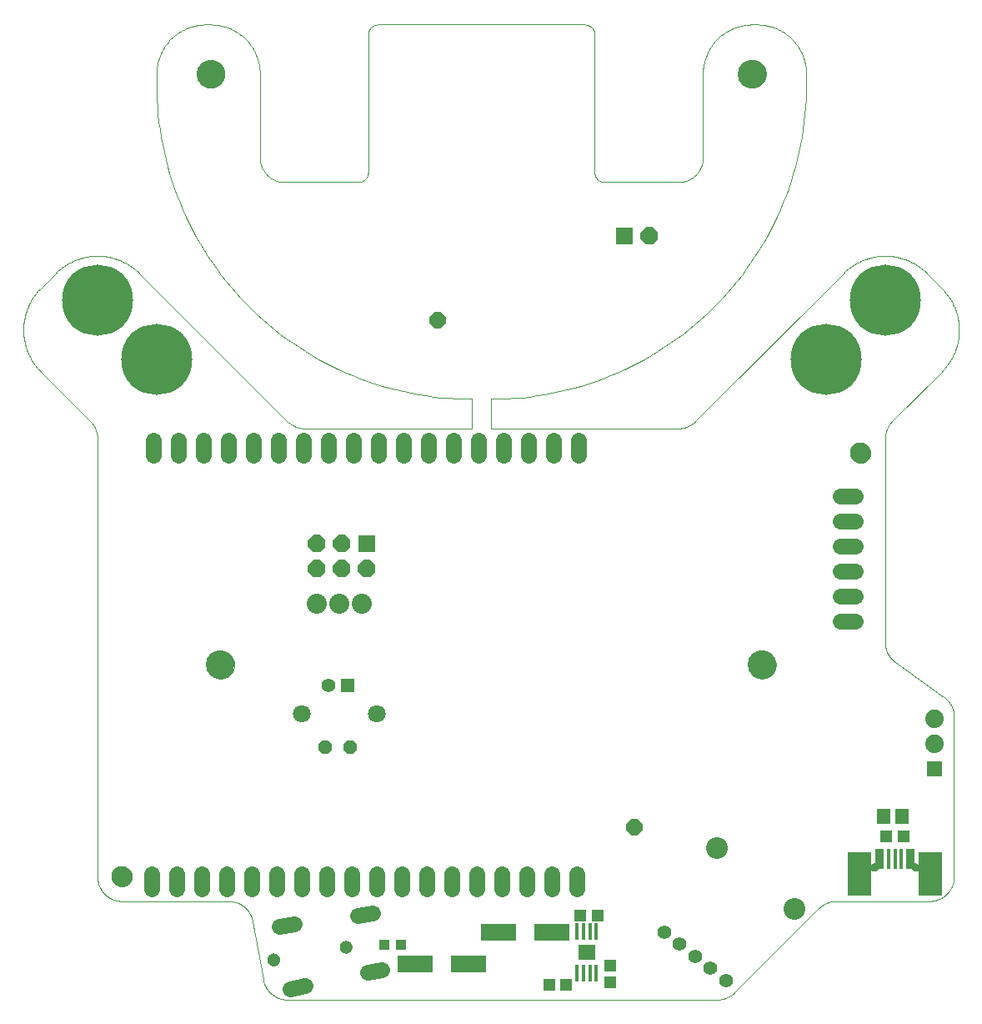
<source format=gbs>
G75*
%MOIN*%
%OFA0B0*%
%FSLAX25Y25*%
%IPPOS*%
%LPD*%
%AMOC8*
5,1,8,0,0,1.08239X$1,22.5*
%
%ADD10C,0.00000*%
%ADD11C,0.11424*%
%ADD12C,0.08274*%
%ADD13C,0.28400*%
%ADD14R,0.05550X0.05550*%
%ADD15C,0.05550*%
%ADD16OC8,0.06400*%
%ADD17C,0.08000*%
%ADD18C,0.07093*%
%ADD19OC8,0.05600*%
%ADD20C,0.06400*%
%ADD21R,0.03600X0.08000*%
%ADD22R,0.01778X0.07880*%
%ADD23R,0.09400X0.17400*%
%ADD24C,0.06337*%
%ADD25C,0.03156*%
%ADD26R,0.06400X0.06400*%
%ADD27C,0.07400*%
%ADD28R,0.07000X0.07000*%
%ADD29OC8,0.07000*%
%ADD30R,0.04534X0.04652*%
%ADD31R,0.05518X0.06306*%
%ADD32C,0.08668*%
%ADD33R,0.06896X0.06306*%
%ADD34R,0.01800X0.06600*%
%ADD35C,0.06337*%
%ADD36C,0.05124*%
%ADD37R,0.04337X0.03943*%
%ADD38R,0.04652X0.04534*%
%ADD39R,0.14180X0.06699*%
D10*
X0036446Y0055626D02*
X0036446Y0230683D01*
X0033563Y0237643D02*
X0013779Y0257427D01*
X0013380Y0257835D01*
X0012991Y0258253D01*
X0012613Y0258680D01*
X0012245Y0259117D01*
X0011887Y0259562D01*
X0011541Y0260015D01*
X0011205Y0260477D01*
X0010881Y0260947D01*
X0010568Y0261425D01*
X0010267Y0261909D01*
X0009977Y0262401D01*
X0009700Y0262900D01*
X0009435Y0263406D01*
X0009182Y0263918D01*
X0008941Y0264435D01*
X0008713Y0264959D01*
X0008498Y0265487D01*
X0008295Y0266021D01*
X0008106Y0266559D01*
X0007930Y0267102D01*
X0007766Y0267649D01*
X0007616Y0268200D01*
X0007480Y0268754D01*
X0007357Y0269312D01*
X0007247Y0269872D01*
X0007151Y0270435D01*
X0007068Y0271000D01*
X0007000Y0271566D01*
X0006944Y0272134D01*
X0006903Y0272704D01*
X0006876Y0273274D01*
X0006862Y0273845D01*
X0006862Y0274415D01*
X0006876Y0274986D01*
X0006903Y0275556D01*
X0006944Y0276126D01*
X0007000Y0276694D01*
X0007068Y0277260D01*
X0007151Y0277825D01*
X0007247Y0278388D01*
X0007357Y0278948D01*
X0007480Y0279506D01*
X0007616Y0280060D01*
X0007766Y0280611D01*
X0007930Y0281158D01*
X0008106Y0281701D01*
X0008295Y0282239D01*
X0008498Y0282773D01*
X0008713Y0283301D01*
X0008941Y0283825D01*
X0009182Y0284342D01*
X0009435Y0284854D01*
X0009700Y0285360D01*
X0009977Y0285859D01*
X0010267Y0286351D01*
X0010568Y0286835D01*
X0010881Y0287313D01*
X0011205Y0287783D01*
X0011541Y0288245D01*
X0011887Y0288698D01*
X0012245Y0289143D01*
X0012613Y0289580D01*
X0012991Y0290007D01*
X0013380Y0290425D01*
X0013779Y0290833D01*
X0019742Y0296797D01*
X0019743Y0296796D02*
X0020151Y0297195D01*
X0020569Y0297584D01*
X0020996Y0297962D01*
X0021433Y0298330D01*
X0021878Y0298688D01*
X0022331Y0299034D01*
X0022793Y0299370D01*
X0023263Y0299694D01*
X0023741Y0300007D01*
X0024225Y0300308D01*
X0024717Y0300598D01*
X0025216Y0300875D01*
X0025722Y0301140D01*
X0026234Y0301393D01*
X0026751Y0301634D01*
X0027275Y0301862D01*
X0027803Y0302077D01*
X0028337Y0302280D01*
X0028875Y0302469D01*
X0029418Y0302645D01*
X0029965Y0302809D01*
X0030516Y0302959D01*
X0031070Y0303095D01*
X0031628Y0303218D01*
X0032188Y0303328D01*
X0032751Y0303424D01*
X0033316Y0303507D01*
X0033882Y0303575D01*
X0034450Y0303631D01*
X0035020Y0303672D01*
X0035590Y0303699D01*
X0036161Y0303713D01*
X0036731Y0303713D01*
X0037302Y0303699D01*
X0037872Y0303672D01*
X0038442Y0303631D01*
X0039010Y0303575D01*
X0039576Y0303507D01*
X0040141Y0303424D01*
X0040704Y0303328D01*
X0041264Y0303218D01*
X0041822Y0303095D01*
X0042376Y0302959D01*
X0042927Y0302809D01*
X0043474Y0302645D01*
X0044017Y0302469D01*
X0044555Y0302280D01*
X0045089Y0302077D01*
X0045617Y0301862D01*
X0046141Y0301634D01*
X0046658Y0301393D01*
X0047170Y0301140D01*
X0047676Y0300875D01*
X0048175Y0300598D01*
X0048667Y0300308D01*
X0049151Y0300007D01*
X0049629Y0299694D01*
X0050099Y0299370D01*
X0050561Y0299034D01*
X0051014Y0298688D01*
X0051459Y0298330D01*
X0051896Y0297962D01*
X0052323Y0297584D01*
X0052741Y0297195D01*
X0053149Y0296796D01*
X0053149Y0296797D02*
X0112303Y0237643D01*
X0119263Y0234760D02*
X0186052Y0234760D01*
X0186052Y0246571D01*
X0193926Y0246571D02*
X0193926Y0234760D01*
X0268589Y0234760D01*
X0268589Y0234759D02*
X0268823Y0234762D01*
X0269057Y0234770D01*
X0269291Y0234784D01*
X0269525Y0234804D01*
X0269758Y0234829D01*
X0269990Y0234859D01*
X0270221Y0234895D01*
X0270452Y0234937D01*
X0270681Y0234984D01*
X0270910Y0235036D01*
X0271137Y0235094D01*
X0271362Y0235158D01*
X0271586Y0235226D01*
X0271808Y0235300D01*
X0272029Y0235380D01*
X0272247Y0235464D01*
X0272464Y0235554D01*
X0272678Y0235648D01*
X0272890Y0235748D01*
X0273099Y0235853D01*
X0273306Y0235963D01*
X0273511Y0236078D01*
X0273712Y0236197D01*
X0273911Y0236322D01*
X0274106Y0236451D01*
X0274299Y0236584D01*
X0274488Y0236722D01*
X0274674Y0236865D01*
X0274856Y0237012D01*
X0275035Y0237163D01*
X0275210Y0237319D01*
X0275381Y0237478D01*
X0275549Y0237642D01*
X0275549Y0237643D02*
X0334703Y0296797D01*
X0334703Y0296796D02*
X0335111Y0297195D01*
X0335529Y0297584D01*
X0335956Y0297962D01*
X0336393Y0298330D01*
X0336838Y0298688D01*
X0337291Y0299034D01*
X0337753Y0299370D01*
X0338223Y0299694D01*
X0338701Y0300007D01*
X0339185Y0300308D01*
X0339677Y0300598D01*
X0340176Y0300875D01*
X0340682Y0301140D01*
X0341194Y0301393D01*
X0341711Y0301634D01*
X0342235Y0301862D01*
X0342763Y0302077D01*
X0343297Y0302280D01*
X0343835Y0302469D01*
X0344378Y0302645D01*
X0344925Y0302809D01*
X0345476Y0302959D01*
X0346030Y0303095D01*
X0346588Y0303218D01*
X0347148Y0303328D01*
X0347711Y0303424D01*
X0348276Y0303507D01*
X0348842Y0303575D01*
X0349410Y0303631D01*
X0349980Y0303672D01*
X0350550Y0303699D01*
X0351121Y0303713D01*
X0351691Y0303713D01*
X0352262Y0303699D01*
X0352832Y0303672D01*
X0353402Y0303631D01*
X0353970Y0303575D01*
X0354536Y0303507D01*
X0355101Y0303424D01*
X0355664Y0303328D01*
X0356224Y0303218D01*
X0356782Y0303095D01*
X0357336Y0302959D01*
X0357887Y0302809D01*
X0358434Y0302645D01*
X0358977Y0302469D01*
X0359515Y0302280D01*
X0360049Y0302077D01*
X0360577Y0301862D01*
X0361101Y0301634D01*
X0361618Y0301393D01*
X0362130Y0301140D01*
X0362636Y0300875D01*
X0363135Y0300598D01*
X0363627Y0300308D01*
X0364111Y0300007D01*
X0364589Y0299694D01*
X0365059Y0299370D01*
X0365521Y0299034D01*
X0365974Y0298688D01*
X0366419Y0298330D01*
X0366856Y0297962D01*
X0367283Y0297584D01*
X0367701Y0297195D01*
X0368109Y0296796D01*
X0368110Y0296797D02*
X0374073Y0290833D01*
X0374472Y0290425D01*
X0374861Y0290007D01*
X0375239Y0289580D01*
X0375607Y0289143D01*
X0375965Y0288698D01*
X0376311Y0288245D01*
X0376647Y0287783D01*
X0376971Y0287313D01*
X0377284Y0286835D01*
X0377585Y0286351D01*
X0377875Y0285859D01*
X0378152Y0285360D01*
X0378417Y0284854D01*
X0378670Y0284342D01*
X0378911Y0283825D01*
X0379139Y0283301D01*
X0379354Y0282773D01*
X0379557Y0282239D01*
X0379746Y0281701D01*
X0379922Y0281158D01*
X0380086Y0280611D01*
X0380236Y0280060D01*
X0380372Y0279506D01*
X0380495Y0278948D01*
X0380605Y0278388D01*
X0380701Y0277825D01*
X0380784Y0277260D01*
X0380852Y0276694D01*
X0380908Y0276126D01*
X0380949Y0275556D01*
X0380976Y0274986D01*
X0380990Y0274415D01*
X0380990Y0273845D01*
X0380976Y0273274D01*
X0380949Y0272704D01*
X0380908Y0272134D01*
X0380852Y0271566D01*
X0380784Y0271000D01*
X0380701Y0270435D01*
X0380605Y0269872D01*
X0380495Y0269312D01*
X0380372Y0268754D01*
X0380236Y0268200D01*
X0380086Y0267649D01*
X0379922Y0267102D01*
X0379746Y0266559D01*
X0379557Y0266021D01*
X0379354Y0265487D01*
X0379139Y0264959D01*
X0378911Y0264435D01*
X0378670Y0263918D01*
X0378417Y0263406D01*
X0378152Y0262900D01*
X0377875Y0262401D01*
X0377585Y0261909D01*
X0377284Y0261425D01*
X0376971Y0260947D01*
X0376647Y0260477D01*
X0376311Y0260015D01*
X0375965Y0259562D01*
X0375607Y0259117D01*
X0375239Y0258680D01*
X0374861Y0258253D01*
X0374472Y0257835D01*
X0374073Y0257427D01*
X0354289Y0237643D01*
X0351406Y0230683D02*
X0351406Y0149274D01*
X0355528Y0141265D02*
X0374844Y0127468D01*
X0378965Y0119459D02*
X0378965Y0055626D01*
X0378966Y0055626D02*
X0378963Y0055388D01*
X0378955Y0055150D01*
X0378940Y0054913D01*
X0378920Y0054676D01*
X0378894Y0054440D01*
X0378863Y0054204D01*
X0378826Y0053969D01*
X0378783Y0053735D01*
X0378734Y0053502D01*
X0378680Y0053270D01*
X0378620Y0053040D01*
X0378555Y0052811D01*
X0378484Y0052584D01*
X0378408Y0052359D01*
X0378326Y0052136D01*
X0378239Y0051914D01*
X0378147Y0051695D01*
X0378049Y0051478D01*
X0377947Y0051264D01*
X0377839Y0051052D01*
X0377725Y0050842D01*
X0377607Y0050636D01*
X0377484Y0050432D01*
X0377356Y0050232D01*
X0377224Y0050035D01*
X0377086Y0049840D01*
X0376944Y0049650D01*
X0376797Y0049462D01*
X0376646Y0049279D01*
X0376491Y0049099D01*
X0376331Y0048923D01*
X0376167Y0048751D01*
X0375998Y0048582D01*
X0375826Y0048418D01*
X0375650Y0048258D01*
X0375470Y0048103D01*
X0375287Y0047952D01*
X0375099Y0047805D01*
X0374909Y0047663D01*
X0374714Y0047525D01*
X0374517Y0047393D01*
X0374317Y0047265D01*
X0374113Y0047142D01*
X0373907Y0047024D01*
X0373697Y0046910D01*
X0373485Y0046802D01*
X0373271Y0046700D01*
X0373054Y0046602D01*
X0372835Y0046510D01*
X0372613Y0046423D01*
X0372390Y0046341D01*
X0372165Y0046265D01*
X0371938Y0046194D01*
X0371709Y0046129D01*
X0371479Y0046069D01*
X0371247Y0046015D01*
X0371014Y0045966D01*
X0370780Y0045923D01*
X0370545Y0045886D01*
X0370309Y0045855D01*
X0370073Y0045829D01*
X0369836Y0045809D01*
X0369599Y0045794D01*
X0369361Y0045786D01*
X0369123Y0045783D01*
X0369123Y0045784D02*
X0331861Y0045784D01*
X0324901Y0042901D02*
X0291297Y0009296D01*
X0284337Y0006413D02*
X0112391Y0006413D01*
X0112151Y0006416D01*
X0111910Y0006425D01*
X0111670Y0006439D01*
X0111431Y0006460D01*
X0111192Y0006486D01*
X0110953Y0006519D01*
X0110716Y0006557D01*
X0110479Y0006600D01*
X0110244Y0006650D01*
X0110010Y0006705D01*
X0109777Y0006766D01*
X0109546Y0006833D01*
X0109317Y0006905D01*
X0109089Y0006983D01*
X0108864Y0007067D01*
X0108640Y0007156D01*
X0108419Y0007250D01*
X0108200Y0007350D01*
X0107984Y0007455D01*
X0107770Y0007565D01*
X0107559Y0007681D01*
X0107351Y0007801D01*
X0107146Y0007927D01*
X0106944Y0008057D01*
X0106746Y0008193D01*
X0106550Y0008333D01*
X0106358Y0008478D01*
X0106170Y0008628D01*
X0105986Y0008782D01*
X0105805Y0008941D01*
X0105628Y0009104D01*
X0105456Y0009271D01*
X0105287Y0009443D01*
X0105123Y0009619D01*
X0104963Y0009798D01*
X0104807Y0009982D01*
X0104656Y0010169D01*
X0104510Y0010359D01*
X0104368Y0010554D01*
X0104231Y0010751D01*
X0104099Y0010952D01*
X0103972Y0011157D01*
X0103850Y0011364D01*
X0103733Y0011574D01*
X0103621Y0011787D01*
X0103514Y0012002D01*
X0103413Y0012221D01*
X0103317Y0012441D01*
X0103227Y0012664D01*
X0103142Y0012889D01*
X0103062Y0013116D01*
X0102988Y0013345D01*
X0102920Y0013575D01*
X0102857Y0013808D01*
X0102800Y0014041D01*
X0102749Y0014276D01*
X0102704Y0014512D01*
X0098533Y0037685D01*
X0104437Y0022396D02*
X0104439Y0022493D01*
X0104445Y0022590D01*
X0104455Y0022686D01*
X0104469Y0022782D01*
X0104487Y0022878D01*
X0104508Y0022972D01*
X0104534Y0023066D01*
X0104563Y0023158D01*
X0104597Y0023249D01*
X0104633Y0023339D01*
X0104674Y0023427D01*
X0104718Y0023513D01*
X0104766Y0023598D01*
X0104817Y0023680D01*
X0104871Y0023761D01*
X0104929Y0023839D01*
X0104990Y0023914D01*
X0105053Y0023987D01*
X0105120Y0024058D01*
X0105190Y0024125D01*
X0105262Y0024190D01*
X0105337Y0024251D01*
X0105415Y0024310D01*
X0105494Y0024365D01*
X0105576Y0024417D01*
X0105660Y0024465D01*
X0105746Y0024510D01*
X0105834Y0024552D01*
X0105923Y0024590D01*
X0106014Y0024624D01*
X0106106Y0024654D01*
X0106199Y0024681D01*
X0106294Y0024703D01*
X0106389Y0024722D01*
X0106485Y0024737D01*
X0106581Y0024748D01*
X0106678Y0024755D01*
X0106775Y0024758D01*
X0106872Y0024757D01*
X0106969Y0024752D01*
X0107065Y0024743D01*
X0107161Y0024730D01*
X0107257Y0024713D01*
X0107352Y0024692D01*
X0107445Y0024668D01*
X0107538Y0024639D01*
X0107630Y0024607D01*
X0107720Y0024571D01*
X0107808Y0024532D01*
X0107895Y0024488D01*
X0107980Y0024442D01*
X0108063Y0024391D01*
X0108144Y0024338D01*
X0108222Y0024281D01*
X0108299Y0024221D01*
X0108372Y0024158D01*
X0108443Y0024092D01*
X0108511Y0024023D01*
X0108577Y0023951D01*
X0108639Y0023877D01*
X0108698Y0023800D01*
X0108754Y0023721D01*
X0108807Y0023639D01*
X0108857Y0023556D01*
X0108902Y0023470D01*
X0108945Y0023383D01*
X0108984Y0023294D01*
X0109019Y0023204D01*
X0109050Y0023112D01*
X0109077Y0023019D01*
X0109101Y0022925D01*
X0109121Y0022830D01*
X0109137Y0022734D01*
X0109149Y0022638D01*
X0109157Y0022541D01*
X0109161Y0022444D01*
X0109161Y0022348D01*
X0109157Y0022251D01*
X0109149Y0022154D01*
X0109137Y0022058D01*
X0109121Y0021962D01*
X0109101Y0021867D01*
X0109077Y0021773D01*
X0109050Y0021680D01*
X0109019Y0021588D01*
X0108984Y0021498D01*
X0108945Y0021409D01*
X0108902Y0021322D01*
X0108857Y0021236D01*
X0108807Y0021153D01*
X0108754Y0021071D01*
X0108698Y0020992D01*
X0108639Y0020915D01*
X0108577Y0020841D01*
X0108511Y0020769D01*
X0108443Y0020700D01*
X0108372Y0020634D01*
X0108299Y0020571D01*
X0108222Y0020511D01*
X0108144Y0020454D01*
X0108063Y0020401D01*
X0107980Y0020350D01*
X0107895Y0020304D01*
X0107808Y0020260D01*
X0107720Y0020221D01*
X0107630Y0020185D01*
X0107538Y0020153D01*
X0107445Y0020124D01*
X0107352Y0020100D01*
X0107257Y0020079D01*
X0107161Y0020062D01*
X0107065Y0020049D01*
X0106969Y0020040D01*
X0106872Y0020035D01*
X0106775Y0020034D01*
X0106678Y0020037D01*
X0106581Y0020044D01*
X0106485Y0020055D01*
X0106389Y0020070D01*
X0106294Y0020089D01*
X0106199Y0020111D01*
X0106106Y0020138D01*
X0106014Y0020168D01*
X0105923Y0020202D01*
X0105834Y0020240D01*
X0105746Y0020282D01*
X0105660Y0020327D01*
X0105576Y0020375D01*
X0105494Y0020427D01*
X0105415Y0020482D01*
X0105337Y0020541D01*
X0105262Y0020602D01*
X0105190Y0020667D01*
X0105120Y0020734D01*
X0105053Y0020805D01*
X0104990Y0020878D01*
X0104929Y0020953D01*
X0104871Y0021031D01*
X0104817Y0021112D01*
X0104766Y0021194D01*
X0104718Y0021279D01*
X0104674Y0021365D01*
X0104633Y0021453D01*
X0104597Y0021543D01*
X0104563Y0021634D01*
X0104534Y0021726D01*
X0104508Y0021820D01*
X0104487Y0021914D01*
X0104469Y0022010D01*
X0104455Y0022106D01*
X0104445Y0022202D01*
X0104439Y0022299D01*
X0104437Y0022396D01*
X0098534Y0037685D02*
X0098489Y0037921D01*
X0098438Y0038156D01*
X0098381Y0038389D01*
X0098318Y0038622D01*
X0098250Y0038852D01*
X0098176Y0039081D01*
X0098096Y0039308D01*
X0098011Y0039533D01*
X0097921Y0039756D01*
X0097825Y0039976D01*
X0097724Y0040195D01*
X0097617Y0040410D01*
X0097505Y0040623D01*
X0097388Y0040833D01*
X0097266Y0041040D01*
X0097139Y0041245D01*
X0097007Y0041446D01*
X0096870Y0041643D01*
X0096728Y0041838D01*
X0096582Y0042028D01*
X0096431Y0042215D01*
X0096275Y0042399D01*
X0096115Y0042578D01*
X0095951Y0042754D01*
X0095782Y0042926D01*
X0095610Y0043093D01*
X0095433Y0043256D01*
X0095252Y0043415D01*
X0095068Y0043569D01*
X0094880Y0043719D01*
X0094688Y0043864D01*
X0094492Y0044004D01*
X0094294Y0044140D01*
X0094092Y0044270D01*
X0093887Y0044396D01*
X0093679Y0044516D01*
X0093468Y0044632D01*
X0093254Y0044742D01*
X0093038Y0044847D01*
X0092819Y0044947D01*
X0092598Y0045041D01*
X0092374Y0045130D01*
X0092149Y0045214D01*
X0091921Y0045292D01*
X0091692Y0045364D01*
X0091461Y0045431D01*
X0091228Y0045492D01*
X0090994Y0045547D01*
X0090759Y0045597D01*
X0090522Y0045640D01*
X0090285Y0045678D01*
X0090046Y0045711D01*
X0089807Y0045737D01*
X0089568Y0045758D01*
X0089328Y0045772D01*
X0089087Y0045781D01*
X0088847Y0045784D01*
X0046288Y0045784D01*
X0042351Y0055626D02*
X0042353Y0055751D01*
X0042359Y0055876D01*
X0042369Y0056000D01*
X0042383Y0056124D01*
X0042400Y0056248D01*
X0042422Y0056371D01*
X0042448Y0056493D01*
X0042477Y0056615D01*
X0042510Y0056735D01*
X0042548Y0056854D01*
X0042588Y0056973D01*
X0042633Y0057089D01*
X0042681Y0057204D01*
X0042733Y0057318D01*
X0042789Y0057430D01*
X0042848Y0057540D01*
X0042910Y0057648D01*
X0042976Y0057755D01*
X0043045Y0057859D01*
X0043118Y0057960D01*
X0043193Y0058060D01*
X0043272Y0058157D01*
X0043354Y0058251D01*
X0043439Y0058343D01*
X0043526Y0058432D01*
X0043617Y0058518D01*
X0043710Y0058601D01*
X0043806Y0058682D01*
X0043904Y0058759D01*
X0044004Y0058833D01*
X0044107Y0058904D01*
X0044212Y0058971D01*
X0044320Y0059036D01*
X0044429Y0059096D01*
X0044540Y0059154D01*
X0044653Y0059207D01*
X0044767Y0059257D01*
X0044883Y0059304D01*
X0045000Y0059346D01*
X0045119Y0059385D01*
X0045239Y0059421D01*
X0045360Y0059452D01*
X0045482Y0059480D01*
X0045604Y0059503D01*
X0045728Y0059523D01*
X0045852Y0059539D01*
X0045976Y0059551D01*
X0046101Y0059559D01*
X0046226Y0059563D01*
X0046350Y0059563D01*
X0046475Y0059559D01*
X0046600Y0059551D01*
X0046724Y0059539D01*
X0046848Y0059523D01*
X0046972Y0059503D01*
X0047094Y0059480D01*
X0047216Y0059452D01*
X0047337Y0059421D01*
X0047457Y0059385D01*
X0047576Y0059346D01*
X0047693Y0059304D01*
X0047809Y0059257D01*
X0047923Y0059207D01*
X0048036Y0059154D01*
X0048147Y0059096D01*
X0048257Y0059036D01*
X0048364Y0058971D01*
X0048469Y0058904D01*
X0048572Y0058833D01*
X0048672Y0058759D01*
X0048770Y0058682D01*
X0048866Y0058601D01*
X0048959Y0058518D01*
X0049050Y0058432D01*
X0049137Y0058343D01*
X0049222Y0058251D01*
X0049304Y0058157D01*
X0049383Y0058060D01*
X0049458Y0057960D01*
X0049531Y0057859D01*
X0049600Y0057755D01*
X0049666Y0057648D01*
X0049728Y0057540D01*
X0049787Y0057430D01*
X0049843Y0057318D01*
X0049895Y0057204D01*
X0049943Y0057089D01*
X0049988Y0056973D01*
X0050028Y0056854D01*
X0050066Y0056735D01*
X0050099Y0056615D01*
X0050128Y0056493D01*
X0050154Y0056371D01*
X0050176Y0056248D01*
X0050193Y0056124D01*
X0050207Y0056000D01*
X0050217Y0055876D01*
X0050223Y0055751D01*
X0050225Y0055626D01*
X0050223Y0055501D01*
X0050217Y0055376D01*
X0050207Y0055252D01*
X0050193Y0055128D01*
X0050176Y0055004D01*
X0050154Y0054881D01*
X0050128Y0054759D01*
X0050099Y0054637D01*
X0050066Y0054517D01*
X0050028Y0054398D01*
X0049988Y0054279D01*
X0049943Y0054163D01*
X0049895Y0054048D01*
X0049843Y0053934D01*
X0049787Y0053822D01*
X0049728Y0053712D01*
X0049666Y0053604D01*
X0049600Y0053497D01*
X0049531Y0053393D01*
X0049458Y0053292D01*
X0049383Y0053192D01*
X0049304Y0053095D01*
X0049222Y0053001D01*
X0049137Y0052909D01*
X0049050Y0052820D01*
X0048959Y0052734D01*
X0048866Y0052651D01*
X0048770Y0052570D01*
X0048672Y0052493D01*
X0048572Y0052419D01*
X0048469Y0052348D01*
X0048364Y0052281D01*
X0048256Y0052216D01*
X0048147Y0052156D01*
X0048036Y0052098D01*
X0047923Y0052045D01*
X0047809Y0051995D01*
X0047693Y0051948D01*
X0047576Y0051906D01*
X0047457Y0051867D01*
X0047337Y0051831D01*
X0047216Y0051800D01*
X0047094Y0051772D01*
X0046972Y0051749D01*
X0046848Y0051729D01*
X0046724Y0051713D01*
X0046600Y0051701D01*
X0046475Y0051693D01*
X0046350Y0051689D01*
X0046226Y0051689D01*
X0046101Y0051693D01*
X0045976Y0051701D01*
X0045852Y0051713D01*
X0045728Y0051729D01*
X0045604Y0051749D01*
X0045482Y0051772D01*
X0045360Y0051800D01*
X0045239Y0051831D01*
X0045119Y0051867D01*
X0045000Y0051906D01*
X0044883Y0051948D01*
X0044767Y0051995D01*
X0044653Y0052045D01*
X0044540Y0052098D01*
X0044429Y0052156D01*
X0044319Y0052216D01*
X0044212Y0052281D01*
X0044107Y0052348D01*
X0044004Y0052419D01*
X0043904Y0052493D01*
X0043806Y0052570D01*
X0043710Y0052651D01*
X0043617Y0052734D01*
X0043526Y0052820D01*
X0043439Y0052909D01*
X0043354Y0053001D01*
X0043272Y0053095D01*
X0043193Y0053192D01*
X0043118Y0053292D01*
X0043045Y0053393D01*
X0042976Y0053497D01*
X0042910Y0053604D01*
X0042848Y0053712D01*
X0042789Y0053822D01*
X0042733Y0053934D01*
X0042681Y0054048D01*
X0042633Y0054163D01*
X0042588Y0054279D01*
X0042548Y0054398D01*
X0042510Y0054517D01*
X0042477Y0054637D01*
X0042448Y0054759D01*
X0042422Y0054881D01*
X0042400Y0055004D01*
X0042383Y0055128D01*
X0042369Y0055252D01*
X0042359Y0055376D01*
X0042353Y0055501D01*
X0042351Y0055626D01*
X0036445Y0055626D02*
X0036448Y0055388D01*
X0036456Y0055150D01*
X0036471Y0054913D01*
X0036491Y0054676D01*
X0036517Y0054440D01*
X0036548Y0054204D01*
X0036585Y0053969D01*
X0036628Y0053735D01*
X0036677Y0053502D01*
X0036731Y0053270D01*
X0036791Y0053040D01*
X0036856Y0052811D01*
X0036927Y0052584D01*
X0037003Y0052359D01*
X0037085Y0052136D01*
X0037172Y0051914D01*
X0037264Y0051695D01*
X0037362Y0051478D01*
X0037464Y0051264D01*
X0037572Y0051052D01*
X0037686Y0050842D01*
X0037804Y0050636D01*
X0037927Y0050432D01*
X0038055Y0050232D01*
X0038187Y0050035D01*
X0038325Y0049840D01*
X0038467Y0049650D01*
X0038614Y0049462D01*
X0038765Y0049279D01*
X0038920Y0049099D01*
X0039080Y0048923D01*
X0039244Y0048751D01*
X0039413Y0048582D01*
X0039585Y0048418D01*
X0039761Y0048258D01*
X0039941Y0048103D01*
X0040124Y0047952D01*
X0040312Y0047805D01*
X0040502Y0047663D01*
X0040697Y0047525D01*
X0040894Y0047393D01*
X0041094Y0047265D01*
X0041298Y0047142D01*
X0041504Y0047024D01*
X0041714Y0046910D01*
X0041926Y0046802D01*
X0042140Y0046700D01*
X0042357Y0046602D01*
X0042576Y0046510D01*
X0042798Y0046423D01*
X0043021Y0046341D01*
X0043246Y0046265D01*
X0043473Y0046194D01*
X0043702Y0046129D01*
X0043932Y0046069D01*
X0044164Y0046015D01*
X0044397Y0045966D01*
X0044631Y0045923D01*
X0044866Y0045886D01*
X0045102Y0045855D01*
X0045338Y0045829D01*
X0045575Y0045809D01*
X0045812Y0045794D01*
X0046050Y0045786D01*
X0046288Y0045783D01*
X0080146Y0140272D02*
X0080148Y0140420D01*
X0080154Y0140568D01*
X0080164Y0140716D01*
X0080178Y0140863D01*
X0080196Y0141010D01*
X0080217Y0141156D01*
X0080243Y0141302D01*
X0080273Y0141447D01*
X0080306Y0141591D01*
X0080344Y0141734D01*
X0080385Y0141876D01*
X0080430Y0142017D01*
X0080478Y0142157D01*
X0080531Y0142296D01*
X0080587Y0142433D01*
X0080647Y0142568D01*
X0080710Y0142702D01*
X0080777Y0142834D01*
X0080848Y0142964D01*
X0080922Y0143092D01*
X0080999Y0143218D01*
X0081080Y0143342D01*
X0081164Y0143464D01*
X0081251Y0143583D01*
X0081342Y0143700D01*
X0081436Y0143815D01*
X0081532Y0143927D01*
X0081632Y0144037D01*
X0081734Y0144143D01*
X0081840Y0144247D01*
X0081948Y0144348D01*
X0082059Y0144446D01*
X0082172Y0144542D01*
X0082288Y0144634D01*
X0082406Y0144723D01*
X0082527Y0144808D01*
X0082650Y0144891D01*
X0082775Y0144970D01*
X0082902Y0145046D01*
X0083031Y0145118D01*
X0083162Y0145187D01*
X0083295Y0145252D01*
X0083430Y0145313D01*
X0083566Y0145371D01*
X0083703Y0145426D01*
X0083842Y0145476D01*
X0083983Y0145523D01*
X0084124Y0145566D01*
X0084267Y0145606D01*
X0084411Y0145641D01*
X0084555Y0145673D01*
X0084701Y0145700D01*
X0084847Y0145724D01*
X0084994Y0145744D01*
X0085141Y0145760D01*
X0085288Y0145772D01*
X0085436Y0145780D01*
X0085584Y0145784D01*
X0085732Y0145784D01*
X0085880Y0145780D01*
X0086028Y0145772D01*
X0086175Y0145760D01*
X0086322Y0145744D01*
X0086469Y0145724D01*
X0086615Y0145700D01*
X0086761Y0145673D01*
X0086905Y0145641D01*
X0087049Y0145606D01*
X0087192Y0145566D01*
X0087333Y0145523D01*
X0087474Y0145476D01*
X0087613Y0145426D01*
X0087750Y0145371D01*
X0087886Y0145313D01*
X0088021Y0145252D01*
X0088154Y0145187D01*
X0088285Y0145118D01*
X0088414Y0145046D01*
X0088541Y0144970D01*
X0088666Y0144891D01*
X0088789Y0144808D01*
X0088910Y0144723D01*
X0089028Y0144634D01*
X0089144Y0144542D01*
X0089257Y0144446D01*
X0089368Y0144348D01*
X0089476Y0144247D01*
X0089582Y0144143D01*
X0089684Y0144037D01*
X0089784Y0143927D01*
X0089880Y0143815D01*
X0089974Y0143700D01*
X0090065Y0143583D01*
X0090152Y0143464D01*
X0090236Y0143342D01*
X0090317Y0143218D01*
X0090394Y0143092D01*
X0090468Y0142964D01*
X0090539Y0142834D01*
X0090606Y0142702D01*
X0090669Y0142568D01*
X0090729Y0142433D01*
X0090785Y0142296D01*
X0090838Y0142157D01*
X0090886Y0142017D01*
X0090931Y0141876D01*
X0090972Y0141734D01*
X0091010Y0141591D01*
X0091043Y0141447D01*
X0091073Y0141302D01*
X0091099Y0141156D01*
X0091120Y0141010D01*
X0091138Y0140863D01*
X0091152Y0140716D01*
X0091162Y0140568D01*
X0091168Y0140420D01*
X0091170Y0140272D01*
X0091168Y0140124D01*
X0091162Y0139976D01*
X0091152Y0139828D01*
X0091138Y0139681D01*
X0091120Y0139534D01*
X0091099Y0139388D01*
X0091073Y0139242D01*
X0091043Y0139097D01*
X0091010Y0138953D01*
X0090972Y0138810D01*
X0090931Y0138668D01*
X0090886Y0138527D01*
X0090838Y0138387D01*
X0090785Y0138248D01*
X0090729Y0138111D01*
X0090669Y0137976D01*
X0090606Y0137842D01*
X0090539Y0137710D01*
X0090468Y0137580D01*
X0090394Y0137452D01*
X0090317Y0137326D01*
X0090236Y0137202D01*
X0090152Y0137080D01*
X0090065Y0136961D01*
X0089974Y0136844D01*
X0089880Y0136729D01*
X0089784Y0136617D01*
X0089684Y0136507D01*
X0089582Y0136401D01*
X0089476Y0136297D01*
X0089368Y0136196D01*
X0089257Y0136098D01*
X0089144Y0136002D01*
X0089028Y0135910D01*
X0088910Y0135821D01*
X0088789Y0135736D01*
X0088666Y0135653D01*
X0088541Y0135574D01*
X0088414Y0135498D01*
X0088285Y0135426D01*
X0088154Y0135357D01*
X0088021Y0135292D01*
X0087886Y0135231D01*
X0087750Y0135173D01*
X0087613Y0135118D01*
X0087474Y0135068D01*
X0087333Y0135021D01*
X0087192Y0134978D01*
X0087049Y0134938D01*
X0086905Y0134903D01*
X0086761Y0134871D01*
X0086615Y0134844D01*
X0086469Y0134820D01*
X0086322Y0134800D01*
X0086175Y0134784D01*
X0086028Y0134772D01*
X0085880Y0134764D01*
X0085732Y0134760D01*
X0085584Y0134760D01*
X0085436Y0134764D01*
X0085288Y0134772D01*
X0085141Y0134784D01*
X0084994Y0134800D01*
X0084847Y0134820D01*
X0084701Y0134844D01*
X0084555Y0134871D01*
X0084411Y0134903D01*
X0084267Y0134938D01*
X0084124Y0134978D01*
X0083983Y0135021D01*
X0083842Y0135068D01*
X0083703Y0135118D01*
X0083566Y0135173D01*
X0083430Y0135231D01*
X0083295Y0135292D01*
X0083162Y0135357D01*
X0083031Y0135426D01*
X0082902Y0135498D01*
X0082775Y0135574D01*
X0082650Y0135653D01*
X0082527Y0135736D01*
X0082406Y0135821D01*
X0082288Y0135910D01*
X0082172Y0136002D01*
X0082059Y0136098D01*
X0081948Y0136196D01*
X0081840Y0136297D01*
X0081734Y0136401D01*
X0081632Y0136507D01*
X0081532Y0136617D01*
X0081436Y0136729D01*
X0081342Y0136844D01*
X0081251Y0136961D01*
X0081164Y0137080D01*
X0081080Y0137202D01*
X0080999Y0137326D01*
X0080922Y0137452D01*
X0080848Y0137580D01*
X0080777Y0137710D01*
X0080710Y0137842D01*
X0080647Y0137976D01*
X0080587Y0138111D01*
X0080531Y0138248D01*
X0080478Y0138387D01*
X0080430Y0138527D01*
X0080385Y0138668D01*
X0080344Y0138810D01*
X0080306Y0138953D01*
X0080273Y0139097D01*
X0080243Y0139242D01*
X0080217Y0139388D01*
X0080196Y0139534D01*
X0080178Y0139681D01*
X0080164Y0139828D01*
X0080154Y0139976D01*
X0080148Y0140124D01*
X0080146Y0140272D01*
X0036446Y0230683D02*
X0036443Y0230917D01*
X0036435Y0231151D01*
X0036421Y0231385D01*
X0036401Y0231619D01*
X0036376Y0231852D01*
X0036346Y0232084D01*
X0036310Y0232315D01*
X0036268Y0232546D01*
X0036221Y0232775D01*
X0036169Y0233004D01*
X0036111Y0233231D01*
X0036047Y0233456D01*
X0035979Y0233680D01*
X0035905Y0233902D01*
X0035825Y0234123D01*
X0035741Y0234341D01*
X0035651Y0234558D01*
X0035557Y0234772D01*
X0035457Y0234984D01*
X0035352Y0235193D01*
X0035242Y0235400D01*
X0035127Y0235605D01*
X0035008Y0235806D01*
X0034883Y0236005D01*
X0034754Y0236200D01*
X0034621Y0236393D01*
X0034483Y0236582D01*
X0034340Y0236768D01*
X0034193Y0236950D01*
X0034042Y0237129D01*
X0033886Y0237304D01*
X0033727Y0237475D01*
X0033563Y0237643D01*
X0101406Y0343028D02*
X0101406Y0376492D01*
X0101400Y0376968D01*
X0101383Y0377443D01*
X0101354Y0377918D01*
X0101314Y0378392D01*
X0101262Y0378865D01*
X0101199Y0379336D01*
X0101125Y0379806D01*
X0101039Y0380274D01*
X0100942Y0380740D01*
X0100834Y0381203D01*
X0100715Y0381663D01*
X0100584Y0382121D01*
X0100443Y0382575D01*
X0100290Y0383026D01*
X0100127Y0383472D01*
X0099953Y0383915D01*
X0099768Y0384353D01*
X0099573Y0384787D01*
X0099367Y0385216D01*
X0099151Y0385640D01*
X0098925Y0386059D01*
X0098689Y0386472D01*
X0098443Y0386879D01*
X0098187Y0387280D01*
X0097921Y0387674D01*
X0097646Y0388063D01*
X0097362Y0388444D01*
X0097069Y0388818D01*
X0096767Y0389186D01*
X0096455Y0389546D01*
X0096136Y0389898D01*
X0095808Y0390242D01*
X0095471Y0390579D01*
X0095127Y0390907D01*
X0094775Y0391226D01*
X0094415Y0391538D01*
X0094047Y0391840D01*
X0093673Y0392133D01*
X0093292Y0392417D01*
X0092903Y0392692D01*
X0092509Y0392958D01*
X0092108Y0393214D01*
X0091701Y0393460D01*
X0091288Y0393696D01*
X0090869Y0393922D01*
X0090445Y0394138D01*
X0090016Y0394344D01*
X0089582Y0394539D01*
X0089144Y0394724D01*
X0088701Y0394898D01*
X0088255Y0395061D01*
X0087804Y0395214D01*
X0087350Y0395355D01*
X0086892Y0395486D01*
X0086432Y0395605D01*
X0085969Y0395713D01*
X0085503Y0395810D01*
X0085035Y0395896D01*
X0084565Y0395970D01*
X0084094Y0396033D01*
X0083621Y0396085D01*
X0083147Y0396125D01*
X0082672Y0396154D01*
X0082197Y0396171D01*
X0081721Y0396177D01*
X0079753Y0396177D01*
X0079277Y0396171D01*
X0078802Y0396154D01*
X0078327Y0396125D01*
X0077853Y0396085D01*
X0077380Y0396033D01*
X0076909Y0395970D01*
X0076439Y0395896D01*
X0075971Y0395810D01*
X0075505Y0395713D01*
X0075042Y0395605D01*
X0074582Y0395486D01*
X0074124Y0395355D01*
X0073670Y0395214D01*
X0073219Y0395061D01*
X0072773Y0394898D01*
X0072330Y0394724D01*
X0071892Y0394539D01*
X0071458Y0394344D01*
X0071029Y0394138D01*
X0070605Y0393922D01*
X0070186Y0393696D01*
X0069773Y0393460D01*
X0069366Y0393214D01*
X0068965Y0392958D01*
X0068571Y0392692D01*
X0068182Y0392417D01*
X0067801Y0392133D01*
X0067427Y0391840D01*
X0067059Y0391538D01*
X0066699Y0391226D01*
X0066347Y0390907D01*
X0066003Y0390579D01*
X0065666Y0390242D01*
X0065338Y0389898D01*
X0065019Y0389546D01*
X0064707Y0389186D01*
X0064405Y0388818D01*
X0064112Y0388444D01*
X0063828Y0388063D01*
X0063553Y0387674D01*
X0063287Y0387280D01*
X0063031Y0386879D01*
X0062785Y0386472D01*
X0062549Y0386059D01*
X0062323Y0385640D01*
X0062107Y0385216D01*
X0061901Y0384787D01*
X0061706Y0384353D01*
X0061521Y0383915D01*
X0061347Y0383472D01*
X0061184Y0383026D01*
X0061031Y0382575D01*
X0060890Y0382121D01*
X0060759Y0381663D01*
X0060640Y0381203D01*
X0060532Y0380740D01*
X0060435Y0380274D01*
X0060349Y0379806D01*
X0060275Y0379336D01*
X0060212Y0378865D01*
X0060160Y0378392D01*
X0060120Y0377918D01*
X0060091Y0377443D01*
X0060074Y0376968D01*
X0060068Y0376492D01*
X0060068Y0372555D01*
X0076209Y0376492D02*
X0076211Y0376640D01*
X0076217Y0376788D01*
X0076227Y0376936D01*
X0076241Y0377083D01*
X0076259Y0377230D01*
X0076280Y0377376D01*
X0076306Y0377522D01*
X0076336Y0377667D01*
X0076369Y0377811D01*
X0076407Y0377954D01*
X0076448Y0378096D01*
X0076493Y0378237D01*
X0076541Y0378377D01*
X0076594Y0378516D01*
X0076650Y0378653D01*
X0076710Y0378788D01*
X0076773Y0378922D01*
X0076840Y0379054D01*
X0076911Y0379184D01*
X0076985Y0379312D01*
X0077062Y0379438D01*
X0077143Y0379562D01*
X0077227Y0379684D01*
X0077314Y0379803D01*
X0077405Y0379920D01*
X0077499Y0380035D01*
X0077595Y0380147D01*
X0077695Y0380257D01*
X0077797Y0380363D01*
X0077903Y0380467D01*
X0078011Y0380568D01*
X0078122Y0380666D01*
X0078235Y0380762D01*
X0078351Y0380854D01*
X0078469Y0380943D01*
X0078590Y0381028D01*
X0078713Y0381111D01*
X0078838Y0381190D01*
X0078965Y0381266D01*
X0079094Y0381338D01*
X0079225Y0381407D01*
X0079358Y0381472D01*
X0079493Y0381533D01*
X0079629Y0381591D01*
X0079766Y0381646D01*
X0079905Y0381696D01*
X0080046Y0381743D01*
X0080187Y0381786D01*
X0080330Y0381826D01*
X0080474Y0381861D01*
X0080618Y0381893D01*
X0080764Y0381920D01*
X0080910Y0381944D01*
X0081057Y0381964D01*
X0081204Y0381980D01*
X0081351Y0381992D01*
X0081499Y0382000D01*
X0081647Y0382004D01*
X0081795Y0382004D01*
X0081943Y0382000D01*
X0082091Y0381992D01*
X0082238Y0381980D01*
X0082385Y0381964D01*
X0082532Y0381944D01*
X0082678Y0381920D01*
X0082824Y0381893D01*
X0082968Y0381861D01*
X0083112Y0381826D01*
X0083255Y0381786D01*
X0083396Y0381743D01*
X0083537Y0381696D01*
X0083676Y0381646D01*
X0083813Y0381591D01*
X0083949Y0381533D01*
X0084084Y0381472D01*
X0084217Y0381407D01*
X0084348Y0381338D01*
X0084477Y0381266D01*
X0084604Y0381190D01*
X0084729Y0381111D01*
X0084852Y0381028D01*
X0084973Y0380943D01*
X0085091Y0380854D01*
X0085207Y0380762D01*
X0085320Y0380666D01*
X0085431Y0380568D01*
X0085539Y0380467D01*
X0085645Y0380363D01*
X0085747Y0380257D01*
X0085847Y0380147D01*
X0085943Y0380035D01*
X0086037Y0379920D01*
X0086128Y0379803D01*
X0086215Y0379684D01*
X0086299Y0379562D01*
X0086380Y0379438D01*
X0086457Y0379312D01*
X0086531Y0379184D01*
X0086602Y0379054D01*
X0086669Y0378922D01*
X0086732Y0378788D01*
X0086792Y0378653D01*
X0086848Y0378516D01*
X0086901Y0378377D01*
X0086949Y0378237D01*
X0086994Y0378096D01*
X0087035Y0377954D01*
X0087073Y0377811D01*
X0087106Y0377667D01*
X0087136Y0377522D01*
X0087162Y0377376D01*
X0087183Y0377230D01*
X0087201Y0377083D01*
X0087215Y0376936D01*
X0087225Y0376788D01*
X0087231Y0376640D01*
X0087233Y0376492D01*
X0087231Y0376344D01*
X0087225Y0376196D01*
X0087215Y0376048D01*
X0087201Y0375901D01*
X0087183Y0375754D01*
X0087162Y0375608D01*
X0087136Y0375462D01*
X0087106Y0375317D01*
X0087073Y0375173D01*
X0087035Y0375030D01*
X0086994Y0374888D01*
X0086949Y0374747D01*
X0086901Y0374607D01*
X0086848Y0374468D01*
X0086792Y0374331D01*
X0086732Y0374196D01*
X0086669Y0374062D01*
X0086602Y0373930D01*
X0086531Y0373800D01*
X0086457Y0373672D01*
X0086380Y0373546D01*
X0086299Y0373422D01*
X0086215Y0373300D01*
X0086128Y0373181D01*
X0086037Y0373064D01*
X0085943Y0372949D01*
X0085847Y0372837D01*
X0085747Y0372727D01*
X0085645Y0372621D01*
X0085539Y0372517D01*
X0085431Y0372416D01*
X0085320Y0372318D01*
X0085207Y0372222D01*
X0085091Y0372130D01*
X0084973Y0372041D01*
X0084852Y0371956D01*
X0084729Y0371873D01*
X0084604Y0371794D01*
X0084477Y0371718D01*
X0084348Y0371646D01*
X0084217Y0371577D01*
X0084084Y0371512D01*
X0083949Y0371451D01*
X0083813Y0371393D01*
X0083676Y0371338D01*
X0083537Y0371288D01*
X0083396Y0371241D01*
X0083255Y0371198D01*
X0083112Y0371158D01*
X0082968Y0371123D01*
X0082824Y0371091D01*
X0082678Y0371064D01*
X0082532Y0371040D01*
X0082385Y0371020D01*
X0082238Y0371004D01*
X0082091Y0370992D01*
X0081943Y0370984D01*
X0081795Y0370980D01*
X0081647Y0370980D01*
X0081499Y0370984D01*
X0081351Y0370992D01*
X0081204Y0371004D01*
X0081057Y0371020D01*
X0080910Y0371040D01*
X0080764Y0371064D01*
X0080618Y0371091D01*
X0080474Y0371123D01*
X0080330Y0371158D01*
X0080187Y0371198D01*
X0080046Y0371241D01*
X0079905Y0371288D01*
X0079766Y0371338D01*
X0079629Y0371393D01*
X0079493Y0371451D01*
X0079358Y0371512D01*
X0079225Y0371577D01*
X0079094Y0371646D01*
X0078965Y0371718D01*
X0078838Y0371794D01*
X0078713Y0371873D01*
X0078590Y0371956D01*
X0078469Y0372041D01*
X0078351Y0372130D01*
X0078235Y0372222D01*
X0078122Y0372318D01*
X0078011Y0372416D01*
X0077903Y0372517D01*
X0077797Y0372621D01*
X0077695Y0372727D01*
X0077595Y0372837D01*
X0077499Y0372949D01*
X0077405Y0373064D01*
X0077314Y0373181D01*
X0077227Y0373300D01*
X0077143Y0373422D01*
X0077062Y0373546D01*
X0076985Y0373672D01*
X0076911Y0373800D01*
X0076840Y0373930D01*
X0076773Y0374062D01*
X0076710Y0374196D01*
X0076650Y0374331D01*
X0076594Y0374468D01*
X0076541Y0374607D01*
X0076493Y0374747D01*
X0076448Y0374888D01*
X0076407Y0375030D01*
X0076369Y0375173D01*
X0076336Y0375317D01*
X0076306Y0375462D01*
X0076280Y0375608D01*
X0076259Y0375754D01*
X0076241Y0375901D01*
X0076227Y0376048D01*
X0076217Y0376196D01*
X0076211Y0376344D01*
X0076209Y0376492D01*
X0101406Y0343028D02*
X0101409Y0342790D01*
X0101417Y0342552D01*
X0101432Y0342315D01*
X0101452Y0342078D01*
X0101478Y0341842D01*
X0101509Y0341606D01*
X0101546Y0341371D01*
X0101589Y0341137D01*
X0101638Y0340904D01*
X0101692Y0340672D01*
X0101752Y0340442D01*
X0101817Y0340213D01*
X0101888Y0339986D01*
X0101964Y0339761D01*
X0102046Y0339538D01*
X0102133Y0339316D01*
X0102225Y0339097D01*
X0102323Y0338880D01*
X0102425Y0338666D01*
X0102533Y0338454D01*
X0102647Y0338244D01*
X0102765Y0338038D01*
X0102888Y0337834D01*
X0103016Y0337634D01*
X0103148Y0337437D01*
X0103286Y0337242D01*
X0103428Y0337052D01*
X0103575Y0336864D01*
X0103726Y0336681D01*
X0103881Y0336501D01*
X0104041Y0336325D01*
X0104205Y0336153D01*
X0104374Y0335984D01*
X0104546Y0335820D01*
X0104722Y0335660D01*
X0104902Y0335505D01*
X0105085Y0335354D01*
X0105273Y0335207D01*
X0105463Y0335065D01*
X0105658Y0334927D01*
X0105855Y0334795D01*
X0106055Y0334667D01*
X0106259Y0334544D01*
X0106465Y0334426D01*
X0106675Y0334312D01*
X0106887Y0334204D01*
X0107101Y0334102D01*
X0107318Y0334004D01*
X0107537Y0333912D01*
X0107759Y0333825D01*
X0107982Y0333743D01*
X0108207Y0333667D01*
X0108434Y0333596D01*
X0108663Y0333531D01*
X0108893Y0333471D01*
X0109125Y0333417D01*
X0109358Y0333368D01*
X0109592Y0333325D01*
X0109827Y0333288D01*
X0110063Y0333257D01*
X0110299Y0333231D01*
X0110536Y0333211D01*
X0110773Y0333196D01*
X0111011Y0333188D01*
X0111249Y0333185D01*
X0140776Y0333185D01*
X0140900Y0333187D01*
X0141023Y0333193D01*
X0141147Y0333202D01*
X0141269Y0333216D01*
X0141392Y0333233D01*
X0141514Y0333255D01*
X0141635Y0333280D01*
X0141755Y0333309D01*
X0141874Y0333341D01*
X0141993Y0333378D01*
X0142110Y0333418D01*
X0142225Y0333461D01*
X0142340Y0333509D01*
X0142452Y0333560D01*
X0142563Y0333614D01*
X0142673Y0333672D01*
X0142780Y0333733D01*
X0142886Y0333798D01*
X0142989Y0333866D01*
X0143090Y0333937D01*
X0143189Y0334011D01*
X0143286Y0334088D01*
X0143380Y0334169D01*
X0143471Y0334252D01*
X0143560Y0334338D01*
X0143646Y0334427D01*
X0143729Y0334518D01*
X0143810Y0334612D01*
X0143887Y0334709D01*
X0143961Y0334808D01*
X0144032Y0334909D01*
X0144100Y0335012D01*
X0144165Y0335118D01*
X0144226Y0335225D01*
X0144284Y0335335D01*
X0144338Y0335446D01*
X0144389Y0335558D01*
X0144437Y0335673D01*
X0144480Y0335788D01*
X0144520Y0335905D01*
X0144557Y0336024D01*
X0144589Y0336143D01*
X0144618Y0336263D01*
X0144643Y0336384D01*
X0144665Y0336506D01*
X0144682Y0336629D01*
X0144696Y0336751D01*
X0144705Y0336875D01*
X0144711Y0336998D01*
X0144713Y0337122D01*
X0144713Y0392240D01*
X0144715Y0392364D01*
X0144721Y0392487D01*
X0144730Y0392611D01*
X0144744Y0392733D01*
X0144761Y0392856D01*
X0144783Y0392978D01*
X0144808Y0393099D01*
X0144837Y0393219D01*
X0144869Y0393338D01*
X0144906Y0393457D01*
X0144946Y0393574D01*
X0144989Y0393689D01*
X0145037Y0393804D01*
X0145088Y0393916D01*
X0145142Y0394027D01*
X0145200Y0394137D01*
X0145261Y0394244D01*
X0145326Y0394350D01*
X0145394Y0394453D01*
X0145465Y0394554D01*
X0145539Y0394653D01*
X0145616Y0394750D01*
X0145697Y0394844D01*
X0145780Y0394935D01*
X0145866Y0395024D01*
X0145955Y0395110D01*
X0146046Y0395193D01*
X0146140Y0395274D01*
X0146237Y0395351D01*
X0146336Y0395425D01*
X0146437Y0395496D01*
X0146540Y0395564D01*
X0146646Y0395629D01*
X0146753Y0395690D01*
X0146863Y0395748D01*
X0146974Y0395802D01*
X0147086Y0395853D01*
X0147201Y0395901D01*
X0147316Y0395944D01*
X0147433Y0395984D01*
X0147552Y0396021D01*
X0147671Y0396053D01*
X0147791Y0396082D01*
X0147912Y0396107D01*
X0148034Y0396129D01*
X0148157Y0396146D01*
X0148279Y0396160D01*
X0148403Y0396169D01*
X0148526Y0396175D01*
X0148650Y0396177D01*
X0231328Y0396177D01*
X0231452Y0396175D01*
X0231575Y0396169D01*
X0231699Y0396160D01*
X0231821Y0396146D01*
X0231944Y0396129D01*
X0232066Y0396107D01*
X0232187Y0396082D01*
X0232307Y0396053D01*
X0232426Y0396021D01*
X0232545Y0395984D01*
X0232662Y0395944D01*
X0232777Y0395901D01*
X0232892Y0395853D01*
X0233004Y0395802D01*
X0233115Y0395748D01*
X0233225Y0395690D01*
X0233332Y0395629D01*
X0233438Y0395564D01*
X0233541Y0395496D01*
X0233642Y0395425D01*
X0233741Y0395351D01*
X0233838Y0395274D01*
X0233932Y0395193D01*
X0234023Y0395110D01*
X0234112Y0395024D01*
X0234198Y0394935D01*
X0234281Y0394844D01*
X0234362Y0394750D01*
X0234439Y0394653D01*
X0234513Y0394554D01*
X0234584Y0394453D01*
X0234652Y0394350D01*
X0234717Y0394244D01*
X0234778Y0394137D01*
X0234836Y0394027D01*
X0234890Y0393916D01*
X0234941Y0393804D01*
X0234989Y0393689D01*
X0235032Y0393574D01*
X0235072Y0393457D01*
X0235109Y0393338D01*
X0235141Y0393219D01*
X0235170Y0393099D01*
X0235195Y0392978D01*
X0235217Y0392856D01*
X0235234Y0392733D01*
X0235248Y0392611D01*
X0235257Y0392487D01*
X0235263Y0392364D01*
X0235265Y0392240D01*
X0235265Y0337122D01*
X0235267Y0336998D01*
X0235273Y0336875D01*
X0235282Y0336751D01*
X0235296Y0336629D01*
X0235313Y0336506D01*
X0235335Y0336384D01*
X0235360Y0336263D01*
X0235389Y0336143D01*
X0235421Y0336024D01*
X0235458Y0335905D01*
X0235498Y0335788D01*
X0235541Y0335673D01*
X0235589Y0335558D01*
X0235640Y0335446D01*
X0235694Y0335335D01*
X0235752Y0335225D01*
X0235813Y0335118D01*
X0235878Y0335012D01*
X0235946Y0334909D01*
X0236017Y0334808D01*
X0236091Y0334709D01*
X0236168Y0334612D01*
X0236249Y0334518D01*
X0236332Y0334427D01*
X0236418Y0334338D01*
X0236507Y0334252D01*
X0236598Y0334169D01*
X0236692Y0334088D01*
X0236789Y0334011D01*
X0236888Y0333937D01*
X0236989Y0333866D01*
X0237092Y0333798D01*
X0237198Y0333733D01*
X0237305Y0333672D01*
X0237415Y0333614D01*
X0237526Y0333560D01*
X0237638Y0333509D01*
X0237753Y0333461D01*
X0237868Y0333418D01*
X0237985Y0333378D01*
X0238104Y0333341D01*
X0238223Y0333309D01*
X0238343Y0333280D01*
X0238464Y0333255D01*
X0238586Y0333233D01*
X0238709Y0333216D01*
X0238831Y0333202D01*
X0238955Y0333193D01*
X0239078Y0333187D01*
X0239202Y0333185D01*
X0268729Y0333185D01*
X0268967Y0333188D01*
X0269205Y0333196D01*
X0269442Y0333211D01*
X0269679Y0333231D01*
X0269915Y0333257D01*
X0270151Y0333288D01*
X0270386Y0333325D01*
X0270620Y0333368D01*
X0270853Y0333417D01*
X0271085Y0333471D01*
X0271315Y0333531D01*
X0271544Y0333596D01*
X0271771Y0333667D01*
X0271996Y0333743D01*
X0272219Y0333825D01*
X0272441Y0333912D01*
X0272660Y0334004D01*
X0272877Y0334102D01*
X0273091Y0334204D01*
X0273303Y0334312D01*
X0273513Y0334426D01*
X0273719Y0334544D01*
X0273923Y0334667D01*
X0274123Y0334795D01*
X0274320Y0334927D01*
X0274515Y0335065D01*
X0274705Y0335207D01*
X0274893Y0335354D01*
X0275076Y0335505D01*
X0275256Y0335660D01*
X0275432Y0335820D01*
X0275604Y0335984D01*
X0275773Y0336153D01*
X0275937Y0336325D01*
X0276097Y0336501D01*
X0276252Y0336681D01*
X0276403Y0336864D01*
X0276550Y0337052D01*
X0276692Y0337242D01*
X0276830Y0337437D01*
X0276962Y0337634D01*
X0277090Y0337834D01*
X0277213Y0338038D01*
X0277331Y0338244D01*
X0277445Y0338454D01*
X0277553Y0338666D01*
X0277655Y0338880D01*
X0277753Y0339097D01*
X0277845Y0339316D01*
X0277932Y0339538D01*
X0278014Y0339761D01*
X0278090Y0339986D01*
X0278161Y0340213D01*
X0278226Y0340442D01*
X0278286Y0340672D01*
X0278340Y0340904D01*
X0278389Y0341137D01*
X0278432Y0341371D01*
X0278469Y0341606D01*
X0278500Y0341842D01*
X0278526Y0342078D01*
X0278546Y0342315D01*
X0278561Y0342552D01*
X0278569Y0342790D01*
X0278572Y0343028D01*
X0278572Y0376492D01*
X0278578Y0376968D01*
X0278595Y0377443D01*
X0278624Y0377918D01*
X0278664Y0378392D01*
X0278716Y0378865D01*
X0278779Y0379336D01*
X0278853Y0379806D01*
X0278939Y0380274D01*
X0279036Y0380740D01*
X0279144Y0381203D01*
X0279263Y0381663D01*
X0279394Y0382121D01*
X0279535Y0382575D01*
X0279688Y0383026D01*
X0279851Y0383472D01*
X0280025Y0383915D01*
X0280210Y0384353D01*
X0280405Y0384787D01*
X0280611Y0385216D01*
X0280827Y0385640D01*
X0281053Y0386059D01*
X0281289Y0386472D01*
X0281535Y0386879D01*
X0281791Y0387280D01*
X0282057Y0387674D01*
X0282332Y0388063D01*
X0282616Y0388444D01*
X0282909Y0388818D01*
X0283211Y0389186D01*
X0283523Y0389546D01*
X0283842Y0389898D01*
X0284170Y0390242D01*
X0284507Y0390579D01*
X0284851Y0390907D01*
X0285203Y0391226D01*
X0285563Y0391538D01*
X0285931Y0391840D01*
X0286305Y0392133D01*
X0286686Y0392417D01*
X0287075Y0392692D01*
X0287469Y0392958D01*
X0287870Y0393214D01*
X0288277Y0393460D01*
X0288690Y0393696D01*
X0289109Y0393922D01*
X0289533Y0394138D01*
X0289962Y0394344D01*
X0290396Y0394539D01*
X0290834Y0394724D01*
X0291277Y0394898D01*
X0291723Y0395061D01*
X0292174Y0395214D01*
X0292628Y0395355D01*
X0293086Y0395486D01*
X0293546Y0395605D01*
X0294009Y0395713D01*
X0294475Y0395810D01*
X0294943Y0395896D01*
X0295413Y0395970D01*
X0295884Y0396033D01*
X0296357Y0396085D01*
X0296831Y0396125D01*
X0297306Y0396154D01*
X0297781Y0396171D01*
X0298257Y0396177D01*
X0300225Y0396177D01*
X0300701Y0396171D01*
X0301176Y0396154D01*
X0301651Y0396125D01*
X0302125Y0396085D01*
X0302598Y0396033D01*
X0303069Y0395970D01*
X0303539Y0395896D01*
X0304007Y0395810D01*
X0304473Y0395713D01*
X0304936Y0395605D01*
X0305396Y0395486D01*
X0305854Y0395355D01*
X0306308Y0395214D01*
X0306759Y0395061D01*
X0307205Y0394898D01*
X0307648Y0394724D01*
X0308086Y0394539D01*
X0308520Y0394344D01*
X0308949Y0394138D01*
X0309373Y0393922D01*
X0309792Y0393696D01*
X0310205Y0393460D01*
X0310612Y0393214D01*
X0311013Y0392958D01*
X0311407Y0392692D01*
X0311796Y0392417D01*
X0312177Y0392133D01*
X0312551Y0391840D01*
X0312919Y0391538D01*
X0313279Y0391226D01*
X0313631Y0390907D01*
X0313975Y0390579D01*
X0314312Y0390242D01*
X0314640Y0389898D01*
X0314959Y0389546D01*
X0315271Y0389186D01*
X0315573Y0388818D01*
X0315866Y0388444D01*
X0316150Y0388063D01*
X0316425Y0387674D01*
X0316691Y0387280D01*
X0316947Y0386879D01*
X0317193Y0386472D01*
X0317429Y0386059D01*
X0317655Y0385640D01*
X0317871Y0385216D01*
X0318077Y0384787D01*
X0318272Y0384353D01*
X0318457Y0383915D01*
X0318631Y0383472D01*
X0318794Y0383026D01*
X0318947Y0382575D01*
X0319088Y0382121D01*
X0319219Y0381663D01*
X0319338Y0381203D01*
X0319446Y0380740D01*
X0319543Y0380274D01*
X0319629Y0379806D01*
X0319703Y0379336D01*
X0319766Y0378865D01*
X0319818Y0378392D01*
X0319858Y0377918D01*
X0319887Y0377443D01*
X0319904Y0376968D01*
X0319910Y0376492D01*
X0319910Y0372555D01*
X0292745Y0376492D02*
X0292747Y0376640D01*
X0292753Y0376788D01*
X0292763Y0376936D01*
X0292777Y0377083D01*
X0292795Y0377230D01*
X0292816Y0377376D01*
X0292842Y0377522D01*
X0292872Y0377667D01*
X0292905Y0377811D01*
X0292943Y0377954D01*
X0292984Y0378096D01*
X0293029Y0378237D01*
X0293077Y0378377D01*
X0293130Y0378516D01*
X0293186Y0378653D01*
X0293246Y0378788D01*
X0293309Y0378922D01*
X0293376Y0379054D01*
X0293447Y0379184D01*
X0293521Y0379312D01*
X0293598Y0379438D01*
X0293679Y0379562D01*
X0293763Y0379684D01*
X0293850Y0379803D01*
X0293941Y0379920D01*
X0294035Y0380035D01*
X0294131Y0380147D01*
X0294231Y0380257D01*
X0294333Y0380363D01*
X0294439Y0380467D01*
X0294547Y0380568D01*
X0294658Y0380666D01*
X0294771Y0380762D01*
X0294887Y0380854D01*
X0295005Y0380943D01*
X0295126Y0381028D01*
X0295249Y0381111D01*
X0295374Y0381190D01*
X0295501Y0381266D01*
X0295630Y0381338D01*
X0295761Y0381407D01*
X0295894Y0381472D01*
X0296029Y0381533D01*
X0296165Y0381591D01*
X0296302Y0381646D01*
X0296441Y0381696D01*
X0296582Y0381743D01*
X0296723Y0381786D01*
X0296866Y0381826D01*
X0297010Y0381861D01*
X0297154Y0381893D01*
X0297300Y0381920D01*
X0297446Y0381944D01*
X0297593Y0381964D01*
X0297740Y0381980D01*
X0297887Y0381992D01*
X0298035Y0382000D01*
X0298183Y0382004D01*
X0298331Y0382004D01*
X0298479Y0382000D01*
X0298627Y0381992D01*
X0298774Y0381980D01*
X0298921Y0381964D01*
X0299068Y0381944D01*
X0299214Y0381920D01*
X0299360Y0381893D01*
X0299504Y0381861D01*
X0299648Y0381826D01*
X0299791Y0381786D01*
X0299932Y0381743D01*
X0300073Y0381696D01*
X0300212Y0381646D01*
X0300349Y0381591D01*
X0300485Y0381533D01*
X0300620Y0381472D01*
X0300753Y0381407D01*
X0300884Y0381338D01*
X0301013Y0381266D01*
X0301140Y0381190D01*
X0301265Y0381111D01*
X0301388Y0381028D01*
X0301509Y0380943D01*
X0301627Y0380854D01*
X0301743Y0380762D01*
X0301856Y0380666D01*
X0301967Y0380568D01*
X0302075Y0380467D01*
X0302181Y0380363D01*
X0302283Y0380257D01*
X0302383Y0380147D01*
X0302479Y0380035D01*
X0302573Y0379920D01*
X0302664Y0379803D01*
X0302751Y0379684D01*
X0302835Y0379562D01*
X0302916Y0379438D01*
X0302993Y0379312D01*
X0303067Y0379184D01*
X0303138Y0379054D01*
X0303205Y0378922D01*
X0303268Y0378788D01*
X0303328Y0378653D01*
X0303384Y0378516D01*
X0303437Y0378377D01*
X0303485Y0378237D01*
X0303530Y0378096D01*
X0303571Y0377954D01*
X0303609Y0377811D01*
X0303642Y0377667D01*
X0303672Y0377522D01*
X0303698Y0377376D01*
X0303719Y0377230D01*
X0303737Y0377083D01*
X0303751Y0376936D01*
X0303761Y0376788D01*
X0303767Y0376640D01*
X0303769Y0376492D01*
X0303767Y0376344D01*
X0303761Y0376196D01*
X0303751Y0376048D01*
X0303737Y0375901D01*
X0303719Y0375754D01*
X0303698Y0375608D01*
X0303672Y0375462D01*
X0303642Y0375317D01*
X0303609Y0375173D01*
X0303571Y0375030D01*
X0303530Y0374888D01*
X0303485Y0374747D01*
X0303437Y0374607D01*
X0303384Y0374468D01*
X0303328Y0374331D01*
X0303268Y0374196D01*
X0303205Y0374062D01*
X0303138Y0373930D01*
X0303067Y0373800D01*
X0302993Y0373672D01*
X0302916Y0373546D01*
X0302835Y0373422D01*
X0302751Y0373300D01*
X0302664Y0373181D01*
X0302573Y0373064D01*
X0302479Y0372949D01*
X0302383Y0372837D01*
X0302283Y0372727D01*
X0302181Y0372621D01*
X0302075Y0372517D01*
X0301967Y0372416D01*
X0301856Y0372318D01*
X0301743Y0372222D01*
X0301627Y0372130D01*
X0301509Y0372041D01*
X0301388Y0371956D01*
X0301265Y0371873D01*
X0301140Y0371794D01*
X0301013Y0371718D01*
X0300884Y0371646D01*
X0300753Y0371577D01*
X0300620Y0371512D01*
X0300485Y0371451D01*
X0300349Y0371393D01*
X0300212Y0371338D01*
X0300073Y0371288D01*
X0299932Y0371241D01*
X0299791Y0371198D01*
X0299648Y0371158D01*
X0299504Y0371123D01*
X0299360Y0371091D01*
X0299214Y0371064D01*
X0299068Y0371040D01*
X0298921Y0371020D01*
X0298774Y0371004D01*
X0298627Y0370992D01*
X0298479Y0370984D01*
X0298331Y0370980D01*
X0298183Y0370980D01*
X0298035Y0370984D01*
X0297887Y0370992D01*
X0297740Y0371004D01*
X0297593Y0371020D01*
X0297446Y0371040D01*
X0297300Y0371064D01*
X0297154Y0371091D01*
X0297010Y0371123D01*
X0296866Y0371158D01*
X0296723Y0371198D01*
X0296582Y0371241D01*
X0296441Y0371288D01*
X0296302Y0371338D01*
X0296165Y0371393D01*
X0296029Y0371451D01*
X0295894Y0371512D01*
X0295761Y0371577D01*
X0295630Y0371646D01*
X0295501Y0371718D01*
X0295374Y0371794D01*
X0295249Y0371873D01*
X0295126Y0371956D01*
X0295005Y0372041D01*
X0294887Y0372130D01*
X0294771Y0372222D01*
X0294658Y0372318D01*
X0294547Y0372416D01*
X0294439Y0372517D01*
X0294333Y0372621D01*
X0294231Y0372727D01*
X0294131Y0372837D01*
X0294035Y0372949D01*
X0293941Y0373064D01*
X0293850Y0373181D01*
X0293763Y0373300D01*
X0293679Y0373422D01*
X0293598Y0373546D01*
X0293521Y0373672D01*
X0293447Y0373800D01*
X0293376Y0373930D01*
X0293309Y0374062D01*
X0293246Y0374196D01*
X0293186Y0374331D01*
X0293130Y0374468D01*
X0293077Y0374607D01*
X0293029Y0374747D01*
X0292984Y0374888D01*
X0292943Y0375030D01*
X0292905Y0375173D01*
X0292872Y0375317D01*
X0292842Y0375462D01*
X0292816Y0375608D01*
X0292795Y0375754D01*
X0292777Y0375901D01*
X0292763Y0376048D01*
X0292753Y0376196D01*
X0292747Y0376344D01*
X0292745Y0376492D01*
X0319910Y0372555D02*
X0319873Y0369511D01*
X0319763Y0366468D01*
X0319579Y0363429D01*
X0319322Y0360396D01*
X0318991Y0357369D01*
X0318588Y0354352D01*
X0318112Y0351345D01*
X0317563Y0348350D01*
X0316942Y0345370D01*
X0316249Y0342405D01*
X0315485Y0339458D01*
X0314650Y0336530D01*
X0313744Y0333624D01*
X0312768Y0330740D01*
X0311723Y0327880D01*
X0310609Y0325047D01*
X0309427Y0322241D01*
X0308178Y0319465D01*
X0306861Y0316720D01*
X0305479Y0314007D01*
X0304032Y0311329D01*
X0302520Y0308686D01*
X0300945Y0306081D01*
X0299308Y0303514D01*
X0297609Y0300988D01*
X0295849Y0298503D01*
X0294030Y0296062D01*
X0292152Y0293666D01*
X0290218Y0291315D01*
X0288226Y0289012D01*
X0286180Y0286758D01*
X0284080Y0284554D01*
X0281927Y0282401D01*
X0279723Y0280301D01*
X0277469Y0278255D01*
X0275166Y0276263D01*
X0272815Y0274329D01*
X0270419Y0272451D01*
X0267978Y0270632D01*
X0265493Y0268872D01*
X0262967Y0267173D01*
X0260400Y0265536D01*
X0257795Y0263961D01*
X0255152Y0262449D01*
X0252474Y0261002D01*
X0249761Y0259620D01*
X0247016Y0258303D01*
X0244240Y0257054D01*
X0241434Y0255872D01*
X0238601Y0254758D01*
X0235741Y0253713D01*
X0232857Y0252737D01*
X0229951Y0251831D01*
X0227023Y0250996D01*
X0224076Y0250232D01*
X0221111Y0249539D01*
X0218131Y0248918D01*
X0215136Y0248369D01*
X0212129Y0247893D01*
X0209112Y0247490D01*
X0206085Y0247159D01*
X0203052Y0246902D01*
X0200013Y0246718D01*
X0196970Y0246608D01*
X0193926Y0246571D01*
X0119263Y0234759D02*
X0119029Y0234762D01*
X0118795Y0234770D01*
X0118561Y0234784D01*
X0118327Y0234804D01*
X0118094Y0234829D01*
X0117862Y0234859D01*
X0117631Y0234895D01*
X0117400Y0234937D01*
X0117171Y0234984D01*
X0116942Y0235036D01*
X0116715Y0235094D01*
X0116490Y0235158D01*
X0116266Y0235226D01*
X0116044Y0235300D01*
X0115823Y0235380D01*
X0115605Y0235464D01*
X0115388Y0235554D01*
X0115174Y0235648D01*
X0114962Y0235748D01*
X0114753Y0235853D01*
X0114546Y0235963D01*
X0114341Y0236078D01*
X0114140Y0236197D01*
X0113941Y0236322D01*
X0113746Y0236451D01*
X0113553Y0236584D01*
X0113364Y0236722D01*
X0113178Y0236865D01*
X0112996Y0237012D01*
X0112817Y0237163D01*
X0112642Y0237319D01*
X0112471Y0237478D01*
X0112303Y0237642D01*
X0186052Y0246571D02*
X0183008Y0246608D01*
X0179965Y0246718D01*
X0176926Y0246902D01*
X0173893Y0247159D01*
X0170866Y0247490D01*
X0167849Y0247893D01*
X0164842Y0248369D01*
X0161847Y0248918D01*
X0158867Y0249539D01*
X0155902Y0250232D01*
X0152955Y0250996D01*
X0150027Y0251831D01*
X0147121Y0252737D01*
X0144237Y0253713D01*
X0141377Y0254758D01*
X0138544Y0255872D01*
X0135738Y0257054D01*
X0132962Y0258303D01*
X0130217Y0259620D01*
X0127504Y0261002D01*
X0124826Y0262449D01*
X0122183Y0263961D01*
X0119578Y0265536D01*
X0117011Y0267173D01*
X0114485Y0268872D01*
X0112000Y0270632D01*
X0109559Y0272451D01*
X0107163Y0274329D01*
X0104812Y0276263D01*
X0102509Y0278255D01*
X0100255Y0280301D01*
X0098051Y0282401D01*
X0095898Y0284554D01*
X0093798Y0286758D01*
X0091752Y0289012D01*
X0089760Y0291315D01*
X0087826Y0293666D01*
X0085948Y0296062D01*
X0084129Y0298503D01*
X0082369Y0300988D01*
X0080670Y0303514D01*
X0079033Y0306081D01*
X0077458Y0308686D01*
X0075946Y0311329D01*
X0074499Y0314007D01*
X0073117Y0316720D01*
X0071800Y0319465D01*
X0070551Y0322241D01*
X0069369Y0325047D01*
X0068255Y0327880D01*
X0067210Y0330740D01*
X0066234Y0333624D01*
X0065328Y0336530D01*
X0064493Y0339458D01*
X0063729Y0342405D01*
X0063036Y0345370D01*
X0062415Y0348350D01*
X0061866Y0351345D01*
X0061390Y0354352D01*
X0060987Y0357369D01*
X0060656Y0360396D01*
X0060399Y0363429D01*
X0060215Y0366468D01*
X0060105Y0369511D01*
X0060068Y0372555D01*
X0296682Y0140272D02*
X0296684Y0140420D01*
X0296690Y0140568D01*
X0296700Y0140716D01*
X0296714Y0140863D01*
X0296732Y0141010D01*
X0296753Y0141156D01*
X0296779Y0141302D01*
X0296809Y0141447D01*
X0296842Y0141591D01*
X0296880Y0141734D01*
X0296921Y0141876D01*
X0296966Y0142017D01*
X0297014Y0142157D01*
X0297067Y0142296D01*
X0297123Y0142433D01*
X0297183Y0142568D01*
X0297246Y0142702D01*
X0297313Y0142834D01*
X0297384Y0142964D01*
X0297458Y0143092D01*
X0297535Y0143218D01*
X0297616Y0143342D01*
X0297700Y0143464D01*
X0297787Y0143583D01*
X0297878Y0143700D01*
X0297972Y0143815D01*
X0298068Y0143927D01*
X0298168Y0144037D01*
X0298270Y0144143D01*
X0298376Y0144247D01*
X0298484Y0144348D01*
X0298595Y0144446D01*
X0298708Y0144542D01*
X0298824Y0144634D01*
X0298942Y0144723D01*
X0299063Y0144808D01*
X0299186Y0144891D01*
X0299311Y0144970D01*
X0299438Y0145046D01*
X0299567Y0145118D01*
X0299698Y0145187D01*
X0299831Y0145252D01*
X0299966Y0145313D01*
X0300102Y0145371D01*
X0300239Y0145426D01*
X0300378Y0145476D01*
X0300519Y0145523D01*
X0300660Y0145566D01*
X0300803Y0145606D01*
X0300947Y0145641D01*
X0301091Y0145673D01*
X0301237Y0145700D01*
X0301383Y0145724D01*
X0301530Y0145744D01*
X0301677Y0145760D01*
X0301824Y0145772D01*
X0301972Y0145780D01*
X0302120Y0145784D01*
X0302268Y0145784D01*
X0302416Y0145780D01*
X0302564Y0145772D01*
X0302711Y0145760D01*
X0302858Y0145744D01*
X0303005Y0145724D01*
X0303151Y0145700D01*
X0303297Y0145673D01*
X0303441Y0145641D01*
X0303585Y0145606D01*
X0303728Y0145566D01*
X0303869Y0145523D01*
X0304010Y0145476D01*
X0304149Y0145426D01*
X0304286Y0145371D01*
X0304422Y0145313D01*
X0304557Y0145252D01*
X0304690Y0145187D01*
X0304821Y0145118D01*
X0304950Y0145046D01*
X0305077Y0144970D01*
X0305202Y0144891D01*
X0305325Y0144808D01*
X0305446Y0144723D01*
X0305564Y0144634D01*
X0305680Y0144542D01*
X0305793Y0144446D01*
X0305904Y0144348D01*
X0306012Y0144247D01*
X0306118Y0144143D01*
X0306220Y0144037D01*
X0306320Y0143927D01*
X0306416Y0143815D01*
X0306510Y0143700D01*
X0306601Y0143583D01*
X0306688Y0143464D01*
X0306772Y0143342D01*
X0306853Y0143218D01*
X0306930Y0143092D01*
X0307004Y0142964D01*
X0307075Y0142834D01*
X0307142Y0142702D01*
X0307205Y0142568D01*
X0307265Y0142433D01*
X0307321Y0142296D01*
X0307374Y0142157D01*
X0307422Y0142017D01*
X0307467Y0141876D01*
X0307508Y0141734D01*
X0307546Y0141591D01*
X0307579Y0141447D01*
X0307609Y0141302D01*
X0307635Y0141156D01*
X0307656Y0141010D01*
X0307674Y0140863D01*
X0307688Y0140716D01*
X0307698Y0140568D01*
X0307704Y0140420D01*
X0307706Y0140272D01*
X0307704Y0140124D01*
X0307698Y0139976D01*
X0307688Y0139828D01*
X0307674Y0139681D01*
X0307656Y0139534D01*
X0307635Y0139388D01*
X0307609Y0139242D01*
X0307579Y0139097D01*
X0307546Y0138953D01*
X0307508Y0138810D01*
X0307467Y0138668D01*
X0307422Y0138527D01*
X0307374Y0138387D01*
X0307321Y0138248D01*
X0307265Y0138111D01*
X0307205Y0137976D01*
X0307142Y0137842D01*
X0307075Y0137710D01*
X0307004Y0137580D01*
X0306930Y0137452D01*
X0306853Y0137326D01*
X0306772Y0137202D01*
X0306688Y0137080D01*
X0306601Y0136961D01*
X0306510Y0136844D01*
X0306416Y0136729D01*
X0306320Y0136617D01*
X0306220Y0136507D01*
X0306118Y0136401D01*
X0306012Y0136297D01*
X0305904Y0136196D01*
X0305793Y0136098D01*
X0305680Y0136002D01*
X0305564Y0135910D01*
X0305446Y0135821D01*
X0305325Y0135736D01*
X0305202Y0135653D01*
X0305077Y0135574D01*
X0304950Y0135498D01*
X0304821Y0135426D01*
X0304690Y0135357D01*
X0304557Y0135292D01*
X0304422Y0135231D01*
X0304286Y0135173D01*
X0304149Y0135118D01*
X0304010Y0135068D01*
X0303869Y0135021D01*
X0303728Y0134978D01*
X0303585Y0134938D01*
X0303441Y0134903D01*
X0303297Y0134871D01*
X0303151Y0134844D01*
X0303005Y0134820D01*
X0302858Y0134800D01*
X0302711Y0134784D01*
X0302564Y0134772D01*
X0302416Y0134764D01*
X0302268Y0134760D01*
X0302120Y0134760D01*
X0301972Y0134764D01*
X0301824Y0134772D01*
X0301677Y0134784D01*
X0301530Y0134800D01*
X0301383Y0134820D01*
X0301237Y0134844D01*
X0301091Y0134871D01*
X0300947Y0134903D01*
X0300803Y0134938D01*
X0300660Y0134978D01*
X0300519Y0135021D01*
X0300378Y0135068D01*
X0300239Y0135118D01*
X0300102Y0135173D01*
X0299966Y0135231D01*
X0299831Y0135292D01*
X0299698Y0135357D01*
X0299567Y0135426D01*
X0299438Y0135498D01*
X0299311Y0135574D01*
X0299186Y0135653D01*
X0299063Y0135736D01*
X0298942Y0135821D01*
X0298824Y0135910D01*
X0298708Y0136002D01*
X0298595Y0136098D01*
X0298484Y0136196D01*
X0298376Y0136297D01*
X0298270Y0136401D01*
X0298168Y0136507D01*
X0298068Y0136617D01*
X0297972Y0136729D01*
X0297878Y0136844D01*
X0297787Y0136961D01*
X0297700Y0137080D01*
X0297616Y0137202D01*
X0297535Y0137326D01*
X0297458Y0137452D01*
X0297384Y0137580D01*
X0297313Y0137710D01*
X0297246Y0137842D01*
X0297183Y0137976D01*
X0297123Y0138111D01*
X0297067Y0138248D01*
X0297014Y0138387D01*
X0296966Y0138527D01*
X0296921Y0138668D01*
X0296880Y0138810D01*
X0296842Y0138953D01*
X0296809Y0139097D01*
X0296779Y0139242D01*
X0296753Y0139388D01*
X0296732Y0139534D01*
X0296714Y0139681D01*
X0296700Y0139828D01*
X0296690Y0139976D01*
X0296684Y0140124D01*
X0296682Y0140272D01*
X0345715Y0059295D02*
X0345717Y0059369D01*
X0345723Y0059443D01*
X0345733Y0059516D01*
X0345747Y0059589D01*
X0345764Y0059661D01*
X0345786Y0059731D01*
X0345811Y0059801D01*
X0345840Y0059869D01*
X0345873Y0059935D01*
X0345909Y0060000D01*
X0345949Y0060062D01*
X0345991Y0060123D01*
X0346037Y0060181D01*
X0346086Y0060236D01*
X0346138Y0060289D01*
X0346193Y0060339D01*
X0346250Y0060385D01*
X0346310Y0060429D01*
X0346372Y0060469D01*
X0346436Y0060506D01*
X0346502Y0060540D01*
X0346570Y0060570D01*
X0346639Y0060596D01*
X0346710Y0060619D01*
X0346781Y0060637D01*
X0346854Y0060652D01*
X0346927Y0060663D01*
X0347001Y0060670D01*
X0347075Y0060673D01*
X0347148Y0060672D01*
X0347222Y0060667D01*
X0347296Y0060658D01*
X0347369Y0060645D01*
X0347441Y0060628D01*
X0347512Y0060608D01*
X0347582Y0060583D01*
X0347650Y0060555D01*
X0347717Y0060524D01*
X0347782Y0060488D01*
X0347845Y0060450D01*
X0347906Y0060408D01*
X0347965Y0060362D01*
X0348021Y0060314D01*
X0348074Y0060263D01*
X0348124Y0060209D01*
X0348172Y0060152D01*
X0348216Y0060093D01*
X0348258Y0060031D01*
X0348296Y0059968D01*
X0348330Y0059902D01*
X0348361Y0059835D01*
X0348388Y0059766D01*
X0348411Y0059696D01*
X0348431Y0059625D01*
X0348447Y0059552D01*
X0348459Y0059479D01*
X0348467Y0059406D01*
X0348471Y0059332D01*
X0348471Y0059258D01*
X0348467Y0059184D01*
X0348459Y0059111D01*
X0348447Y0059038D01*
X0348431Y0058965D01*
X0348411Y0058894D01*
X0348388Y0058824D01*
X0348361Y0058755D01*
X0348330Y0058688D01*
X0348296Y0058622D01*
X0348258Y0058559D01*
X0348216Y0058497D01*
X0348172Y0058438D01*
X0348124Y0058381D01*
X0348074Y0058327D01*
X0348021Y0058276D01*
X0347965Y0058228D01*
X0347906Y0058182D01*
X0347845Y0058140D01*
X0347782Y0058102D01*
X0347717Y0058066D01*
X0347650Y0058035D01*
X0347582Y0058007D01*
X0347512Y0057982D01*
X0347441Y0057962D01*
X0347369Y0057945D01*
X0347296Y0057932D01*
X0347222Y0057923D01*
X0347148Y0057918D01*
X0347075Y0057917D01*
X0347001Y0057920D01*
X0346927Y0057927D01*
X0346854Y0057938D01*
X0346781Y0057953D01*
X0346710Y0057971D01*
X0346639Y0057994D01*
X0346570Y0058020D01*
X0346502Y0058050D01*
X0346436Y0058084D01*
X0346372Y0058121D01*
X0346310Y0058161D01*
X0346250Y0058205D01*
X0346193Y0058251D01*
X0346138Y0058301D01*
X0346086Y0058354D01*
X0346037Y0058409D01*
X0345991Y0058467D01*
X0345949Y0058528D01*
X0345909Y0058590D01*
X0345873Y0058655D01*
X0345840Y0058721D01*
X0345811Y0058789D01*
X0345786Y0058859D01*
X0345764Y0058929D01*
X0345747Y0059001D01*
X0345733Y0059074D01*
X0345723Y0059147D01*
X0345717Y0059221D01*
X0345715Y0059295D01*
X0331861Y0045784D02*
X0331627Y0045781D01*
X0331393Y0045773D01*
X0331159Y0045759D01*
X0330925Y0045739D01*
X0330692Y0045714D01*
X0330460Y0045684D01*
X0330229Y0045648D01*
X0329998Y0045606D01*
X0329769Y0045559D01*
X0329540Y0045507D01*
X0329313Y0045449D01*
X0329088Y0045385D01*
X0328864Y0045317D01*
X0328642Y0045243D01*
X0328421Y0045163D01*
X0328203Y0045079D01*
X0327986Y0044989D01*
X0327772Y0044895D01*
X0327560Y0044795D01*
X0327351Y0044690D01*
X0327144Y0044580D01*
X0326939Y0044465D01*
X0326738Y0044346D01*
X0326539Y0044221D01*
X0326344Y0044092D01*
X0326151Y0043959D01*
X0325962Y0043821D01*
X0325776Y0043678D01*
X0325594Y0043531D01*
X0325415Y0043380D01*
X0325240Y0043224D01*
X0325069Y0043065D01*
X0324901Y0042901D01*
X0362215Y0059295D02*
X0362217Y0059369D01*
X0362223Y0059443D01*
X0362233Y0059516D01*
X0362247Y0059589D01*
X0362264Y0059661D01*
X0362286Y0059731D01*
X0362311Y0059801D01*
X0362340Y0059869D01*
X0362373Y0059935D01*
X0362409Y0060000D01*
X0362449Y0060062D01*
X0362491Y0060123D01*
X0362537Y0060181D01*
X0362586Y0060236D01*
X0362638Y0060289D01*
X0362693Y0060339D01*
X0362750Y0060385D01*
X0362810Y0060429D01*
X0362872Y0060469D01*
X0362936Y0060506D01*
X0363002Y0060540D01*
X0363070Y0060570D01*
X0363139Y0060596D01*
X0363210Y0060619D01*
X0363281Y0060637D01*
X0363354Y0060652D01*
X0363427Y0060663D01*
X0363501Y0060670D01*
X0363575Y0060673D01*
X0363648Y0060672D01*
X0363722Y0060667D01*
X0363796Y0060658D01*
X0363869Y0060645D01*
X0363941Y0060628D01*
X0364012Y0060608D01*
X0364082Y0060583D01*
X0364150Y0060555D01*
X0364217Y0060524D01*
X0364282Y0060488D01*
X0364345Y0060450D01*
X0364406Y0060408D01*
X0364465Y0060362D01*
X0364521Y0060314D01*
X0364574Y0060263D01*
X0364624Y0060209D01*
X0364672Y0060152D01*
X0364716Y0060093D01*
X0364758Y0060031D01*
X0364796Y0059968D01*
X0364830Y0059902D01*
X0364861Y0059835D01*
X0364888Y0059766D01*
X0364911Y0059696D01*
X0364931Y0059625D01*
X0364947Y0059552D01*
X0364959Y0059479D01*
X0364967Y0059406D01*
X0364971Y0059332D01*
X0364971Y0059258D01*
X0364967Y0059184D01*
X0364959Y0059111D01*
X0364947Y0059038D01*
X0364931Y0058965D01*
X0364911Y0058894D01*
X0364888Y0058824D01*
X0364861Y0058755D01*
X0364830Y0058688D01*
X0364796Y0058622D01*
X0364758Y0058559D01*
X0364716Y0058497D01*
X0364672Y0058438D01*
X0364624Y0058381D01*
X0364574Y0058327D01*
X0364521Y0058276D01*
X0364465Y0058228D01*
X0364406Y0058182D01*
X0364345Y0058140D01*
X0364282Y0058102D01*
X0364217Y0058066D01*
X0364150Y0058035D01*
X0364082Y0058007D01*
X0364012Y0057982D01*
X0363941Y0057962D01*
X0363869Y0057945D01*
X0363796Y0057932D01*
X0363722Y0057923D01*
X0363648Y0057918D01*
X0363575Y0057917D01*
X0363501Y0057920D01*
X0363427Y0057927D01*
X0363354Y0057938D01*
X0363281Y0057953D01*
X0363210Y0057971D01*
X0363139Y0057994D01*
X0363070Y0058020D01*
X0363002Y0058050D01*
X0362936Y0058084D01*
X0362872Y0058121D01*
X0362810Y0058161D01*
X0362750Y0058205D01*
X0362693Y0058251D01*
X0362638Y0058301D01*
X0362586Y0058354D01*
X0362537Y0058409D01*
X0362491Y0058467D01*
X0362449Y0058528D01*
X0362409Y0058590D01*
X0362373Y0058655D01*
X0362340Y0058721D01*
X0362311Y0058789D01*
X0362286Y0058859D01*
X0362264Y0058929D01*
X0362247Y0059001D01*
X0362233Y0059074D01*
X0362223Y0059147D01*
X0362217Y0059221D01*
X0362215Y0059295D01*
X0378966Y0119459D02*
X0378963Y0119699D01*
X0378954Y0119939D01*
X0378940Y0120178D01*
X0378919Y0120417D01*
X0378893Y0120656D01*
X0378861Y0120893D01*
X0378823Y0121130D01*
X0378779Y0121366D01*
X0378730Y0121601D01*
X0378675Y0121834D01*
X0378614Y0122066D01*
X0378548Y0122297D01*
X0378476Y0122526D01*
X0378399Y0122753D01*
X0378315Y0122978D01*
X0378227Y0123201D01*
X0378133Y0123422D01*
X0378034Y0123640D01*
X0377929Y0123856D01*
X0377820Y0124069D01*
X0377705Y0124280D01*
X0377585Y0124488D01*
X0377460Y0124692D01*
X0377329Y0124894D01*
X0377195Y0125092D01*
X0377055Y0125287D01*
X0376911Y0125479D01*
X0376762Y0125667D01*
X0376608Y0125851D01*
X0376450Y0126032D01*
X0376288Y0126208D01*
X0376121Y0126381D01*
X0375950Y0126549D01*
X0375775Y0126714D01*
X0375597Y0126874D01*
X0375414Y0127029D01*
X0375228Y0127180D01*
X0375038Y0127327D01*
X0374844Y0127469D01*
X0355528Y0141264D02*
X0355334Y0141406D01*
X0355144Y0141553D01*
X0354958Y0141704D01*
X0354775Y0141859D01*
X0354597Y0142019D01*
X0354422Y0142184D01*
X0354251Y0142352D01*
X0354084Y0142525D01*
X0353922Y0142701D01*
X0353764Y0142882D01*
X0353610Y0143066D01*
X0353461Y0143254D01*
X0353317Y0143446D01*
X0353177Y0143641D01*
X0353043Y0143839D01*
X0352912Y0144041D01*
X0352787Y0144245D01*
X0352667Y0144453D01*
X0352552Y0144664D01*
X0352443Y0144877D01*
X0352338Y0145093D01*
X0352239Y0145311D01*
X0352145Y0145532D01*
X0352057Y0145755D01*
X0351973Y0145980D01*
X0351896Y0146207D01*
X0351824Y0146436D01*
X0351758Y0146667D01*
X0351697Y0146899D01*
X0351642Y0147132D01*
X0351593Y0147367D01*
X0351549Y0147603D01*
X0351511Y0147840D01*
X0351479Y0148077D01*
X0351453Y0148316D01*
X0351432Y0148555D01*
X0351418Y0148794D01*
X0351409Y0149034D01*
X0351406Y0149274D01*
X0337627Y0224917D02*
X0337629Y0225042D01*
X0337635Y0225167D01*
X0337645Y0225291D01*
X0337659Y0225415D01*
X0337676Y0225539D01*
X0337698Y0225662D01*
X0337724Y0225784D01*
X0337753Y0225906D01*
X0337786Y0226026D01*
X0337824Y0226145D01*
X0337864Y0226264D01*
X0337909Y0226380D01*
X0337957Y0226495D01*
X0338009Y0226609D01*
X0338065Y0226721D01*
X0338124Y0226831D01*
X0338186Y0226939D01*
X0338252Y0227046D01*
X0338321Y0227150D01*
X0338394Y0227251D01*
X0338469Y0227351D01*
X0338548Y0227448D01*
X0338630Y0227542D01*
X0338715Y0227634D01*
X0338802Y0227723D01*
X0338893Y0227809D01*
X0338986Y0227892D01*
X0339082Y0227973D01*
X0339180Y0228050D01*
X0339280Y0228124D01*
X0339383Y0228195D01*
X0339488Y0228262D01*
X0339596Y0228327D01*
X0339705Y0228387D01*
X0339816Y0228445D01*
X0339929Y0228498D01*
X0340043Y0228548D01*
X0340159Y0228595D01*
X0340276Y0228637D01*
X0340395Y0228676D01*
X0340515Y0228712D01*
X0340636Y0228743D01*
X0340758Y0228771D01*
X0340880Y0228794D01*
X0341004Y0228814D01*
X0341128Y0228830D01*
X0341252Y0228842D01*
X0341377Y0228850D01*
X0341502Y0228854D01*
X0341626Y0228854D01*
X0341751Y0228850D01*
X0341876Y0228842D01*
X0342000Y0228830D01*
X0342124Y0228814D01*
X0342248Y0228794D01*
X0342370Y0228771D01*
X0342492Y0228743D01*
X0342613Y0228712D01*
X0342733Y0228676D01*
X0342852Y0228637D01*
X0342969Y0228595D01*
X0343085Y0228548D01*
X0343199Y0228498D01*
X0343312Y0228445D01*
X0343423Y0228387D01*
X0343533Y0228327D01*
X0343640Y0228262D01*
X0343745Y0228195D01*
X0343848Y0228124D01*
X0343948Y0228050D01*
X0344046Y0227973D01*
X0344142Y0227892D01*
X0344235Y0227809D01*
X0344326Y0227723D01*
X0344413Y0227634D01*
X0344498Y0227542D01*
X0344580Y0227448D01*
X0344659Y0227351D01*
X0344734Y0227251D01*
X0344807Y0227150D01*
X0344876Y0227046D01*
X0344942Y0226939D01*
X0345004Y0226831D01*
X0345063Y0226721D01*
X0345119Y0226609D01*
X0345171Y0226495D01*
X0345219Y0226380D01*
X0345264Y0226264D01*
X0345304Y0226145D01*
X0345342Y0226026D01*
X0345375Y0225906D01*
X0345404Y0225784D01*
X0345430Y0225662D01*
X0345452Y0225539D01*
X0345469Y0225415D01*
X0345483Y0225291D01*
X0345493Y0225167D01*
X0345499Y0225042D01*
X0345501Y0224917D01*
X0345499Y0224792D01*
X0345493Y0224667D01*
X0345483Y0224543D01*
X0345469Y0224419D01*
X0345452Y0224295D01*
X0345430Y0224172D01*
X0345404Y0224050D01*
X0345375Y0223928D01*
X0345342Y0223808D01*
X0345304Y0223689D01*
X0345264Y0223570D01*
X0345219Y0223454D01*
X0345171Y0223339D01*
X0345119Y0223225D01*
X0345063Y0223113D01*
X0345004Y0223003D01*
X0344942Y0222895D01*
X0344876Y0222788D01*
X0344807Y0222684D01*
X0344734Y0222583D01*
X0344659Y0222483D01*
X0344580Y0222386D01*
X0344498Y0222292D01*
X0344413Y0222200D01*
X0344326Y0222111D01*
X0344235Y0222025D01*
X0344142Y0221942D01*
X0344046Y0221861D01*
X0343948Y0221784D01*
X0343848Y0221710D01*
X0343745Y0221639D01*
X0343640Y0221572D01*
X0343532Y0221507D01*
X0343423Y0221447D01*
X0343312Y0221389D01*
X0343199Y0221336D01*
X0343085Y0221286D01*
X0342969Y0221239D01*
X0342852Y0221197D01*
X0342733Y0221158D01*
X0342613Y0221122D01*
X0342492Y0221091D01*
X0342370Y0221063D01*
X0342248Y0221040D01*
X0342124Y0221020D01*
X0342000Y0221004D01*
X0341876Y0220992D01*
X0341751Y0220984D01*
X0341626Y0220980D01*
X0341502Y0220980D01*
X0341377Y0220984D01*
X0341252Y0220992D01*
X0341128Y0221004D01*
X0341004Y0221020D01*
X0340880Y0221040D01*
X0340758Y0221063D01*
X0340636Y0221091D01*
X0340515Y0221122D01*
X0340395Y0221158D01*
X0340276Y0221197D01*
X0340159Y0221239D01*
X0340043Y0221286D01*
X0339929Y0221336D01*
X0339816Y0221389D01*
X0339705Y0221447D01*
X0339595Y0221507D01*
X0339488Y0221572D01*
X0339383Y0221639D01*
X0339280Y0221710D01*
X0339180Y0221784D01*
X0339082Y0221861D01*
X0338986Y0221942D01*
X0338893Y0222025D01*
X0338802Y0222111D01*
X0338715Y0222200D01*
X0338630Y0222292D01*
X0338548Y0222386D01*
X0338469Y0222483D01*
X0338394Y0222583D01*
X0338321Y0222684D01*
X0338252Y0222788D01*
X0338186Y0222895D01*
X0338124Y0223003D01*
X0338065Y0223113D01*
X0338009Y0223225D01*
X0337957Y0223339D01*
X0337909Y0223454D01*
X0337864Y0223570D01*
X0337824Y0223689D01*
X0337786Y0223808D01*
X0337753Y0223928D01*
X0337724Y0224050D01*
X0337698Y0224172D01*
X0337676Y0224295D01*
X0337659Y0224419D01*
X0337645Y0224543D01*
X0337635Y0224667D01*
X0337629Y0224792D01*
X0337627Y0224917D01*
X0351406Y0230683D02*
X0351409Y0230917D01*
X0351417Y0231151D01*
X0351431Y0231385D01*
X0351451Y0231619D01*
X0351476Y0231852D01*
X0351506Y0232084D01*
X0351542Y0232315D01*
X0351584Y0232546D01*
X0351631Y0232775D01*
X0351683Y0233004D01*
X0351741Y0233231D01*
X0351805Y0233456D01*
X0351873Y0233680D01*
X0351947Y0233902D01*
X0352027Y0234123D01*
X0352111Y0234341D01*
X0352201Y0234558D01*
X0352295Y0234772D01*
X0352395Y0234984D01*
X0352500Y0235193D01*
X0352610Y0235400D01*
X0352725Y0235605D01*
X0352844Y0235806D01*
X0352969Y0236005D01*
X0353098Y0236200D01*
X0353231Y0236393D01*
X0353369Y0236582D01*
X0353512Y0236768D01*
X0353659Y0236950D01*
X0353810Y0237129D01*
X0353966Y0237304D01*
X0354125Y0237475D01*
X0354289Y0237643D01*
X0291297Y0009296D02*
X0291129Y0009132D01*
X0290958Y0008973D01*
X0290783Y0008817D01*
X0290604Y0008666D01*
X0290422Y0008519D01*
X0290236Y0008376D01*
X0290047Y0008238D01*
X0289854Y0008105D01*
X0289659Y0007976D01*
X0289460Y0007851D01*
X0289259Y0007732D01*
X0289054Y0007617D01*
X0288847Y0007507D01*
X0288638Y0007402D01*
X0288426Y0007302D01*
X0288212Y0007208D01*
X0287995Y0007118D01*
X0287777Y0007034D01*
X0287556Y0006954D01*
X0287334Y0006880D01*
X0287110Y0006812D01*
X0286885Y0006748D01*
X0286658Y0006690D01*
X0286429Y0006638D01*
X0286200Y0006591D01*
X0285969Y0006549D01*
X0285738Y0006513D01*
X0285506Y0006483D01*
X0285273Y0006458D01*
X0285039Y0006438D01*
X0284805Y0006424D01*
X0284571Y0006416D01*
X0284337Y0006413D01*
X0133361Y0027496D02*
X0133363Y0027593D01*
X0133369Y0027690D01*
X0133379Y0027786D01*
X0133393Y0027882D01*
X0133411Y0027978D01*
X0133432Y0028072D01*
X0133458Y0028166D01*
X0133487Y0028258D01*
X0133521Y0028349D01*
X0133557Y0028439D01*
X0133598Y0028527D01*
X0133642Y0028613D01*
X0133690Y0028698D01*
X0133741Y0028780D01*
X0133795Y0028861D01*
X0133853Y0028939D01*
X0133914Y0029014D01*
X0133977Y0029087D01*
X0134044Y0029158D01*
X0134114Y0029225D01*
X0134186Y0029290D01*
X0134261Y0029351D01*
X0134339Y0029410D01*
X0134418Y0029465D01*
X0134500Y0029517D01*
X0134584Y0029565D01*
X0134670Y0029610D01*
X0134758Y0029652D01*
X0134847Y0029690D01*
X0134938Y0029724D01*
X0135030Y0029754D01*
X0135123Y0029781D01*
X0135218Y0029803D01*
X0135313Y0029822D01*
X0135409Y0029837D01*
X0135505Y0029848D01*
X0135602Y0029855D01*
X0135699Y0029858D01*
X0135796Y0029857D01*
X0135893Y0029852D01*
X0135989Y0029843D01*
X0136085Y0029830D01*
X0136181Y0029813D01*
X0136276Y0029792D01*
X0136369Y0029768D01*
X0136462Y0029739D01*
X0136554Y0029707D01*
X0136644Y0029671D01*
X0136732Y0029632D01*
X0136819Y0029588D01*
X0136904Y0029542D01*
X0136987Y0029491D01*
X0137068Y0029438D01*
X0137146Y0029381D01*
X0137223Y0029321D01*
X0137296Y0029258D01*
X0137367Y0029192D01*
X0137435Y0029123D01*
X0137501Y0029051D01*
X0137563Y0028977D01*
X0137622Y0028900D01*
X0137678Y0028821D01*
X0137731Y0028739D01*
X0137781Y0028656D01*
X0137826Y0028570D01*
X0137869Y0028483D01*
X0137908Y0028394D01*
X0137943Y0028304D01*
X0137974Y0028212D01*
X0138001Y0028119D01*
X0138025Y0028025D01*
X0138045Y0027930D01*
X0138061Y0027834D01*
X0138073Y0027738D01*
X0138081Y0027641D01*
X0138085Y0027544D01*
X0138085Y0027448D01*
X0138081Y0027351D01*
X0138073Y0027254D01*
X0138061Y0027158D01*
X0138045Y0027062D01*
X0138025Y0026967D01*
X0138001Y0026873D01*
X0137974Y0026780D01*
X0137943Y0026688D01*
X0137908Y0026598D01*
X0137869Y0026509D01*
X0137826Y0026422D01*
X0137781Y0026336D01*
X0137731Y0026253D01*
X0137678Y0026171D01*
X0137622Y0026092D01*
X0137563Y0026015D01*
X0137501Y0025941D01*
X0137435Y0025869D01*
X0137367Y0025800D01*
X0137296Y0025734D01*
X0137223Y0025671D01*
X0137146Y0025611D01*
X0137068Y0025554D01*
X0136987Y0025501D01*
X0136904Y0025450D01*
X0136819Y0025404D01*
X0136732Y0025360D01*
X0136644Y0025321D01*
X0136554Y0025285D01*
X0136462Y0025253D01*
X0136369Y0025224D01*
X0136276Y0025200D01*
X0136181Y0025179D01*
X0136085Y0025162D01*
X0135989Y0025149D01*
X0135893Y0025140D01*
X0135796Y0025135D01*
X0135699Y0025134D01*
X0135602Y0025137D01*
X0135505Y0025144D01*
X0135409Y0025155D01*
X0135313Y0025170D01*
X0135218Y0025189D01*
X0135123Y0025211D01*
X0135030Y0025238D01*
X0134938Y0025268D01*
X0134847Y0025302D01*
X0134758Y0025340D01*
X0134670Y0025382D01*
X0134584Y0025427D01*
X0134500Y0025475D01*
X0134418Y0025527D01*
X0134339Y0025582D01*
X0134261Y0025641D01*
X0134186Y0025702D01*
X0134114Y0025767D01*
X0134044Y0025834D01*
X0133977Y0025905D01*
X0133914Y0025978D01*
X0133853Y0026053D01*
X0133795Y0026131D01*
X0133741Y0026212D01*
X0133690Y0026294D01*
X0133642Y0026379D01*
X0133598Y0026465D01*
X0133557Y0026553D01*
X0133521Y0026643D01*
X0133487Y0026734D01*
X0133458Y0026826D01*
X0133432Y0026920D01*
X0133411Y0027014D01*
X0133393Y0027110D01*
X0133379Y0027206D01*
X0133369Y0027302D01*
X0133363Y0027399D01*
X0133361Y0027496D01*
D11*
X0085658Y0140272D03*
X0081721Y0376492D03*
X0298257Y0376492D03*
X0302194Y0140272D03*
D12*
X0341564Y0224917D03*
X0046288Y0055626D03*
D13*
X0060068Y0262319D03*
X0036446Y0285941D03*
X0327784Y0262319D03*
X0351406Y0285941D03*
D14*
X0136662Y0131847D03*
D15*
X0128788Y0131847D03*
X0263012Y0033432D03*
X0269217Y0028584D03*
X0275422Y0023736D03*
X0281627Y0018889D03*
X0287832Y0014041D03*
D16*
X0251013Y0075311D03*
X0172666Y0278067D03*
D17*
X0142296Y0164681D03*
X0133296Y0164681D03*
X0124296Y0164681D03*
D18*
X0118296Y0120587D03*
X0148296Y0120587D03*
D19*
X0137509Y0107201D03*
X0127509Y0107201D03*
D20*
X0128119Y0056658D02*
X0128119Y0050658D01*
X0118119Y0050658D02*
X0118119Y0056658D01*
X0108119Y0056658D02*
X0108119Y0050658D01*
X0098119Y0050658D02*
X0098119Y0056658D01*
X0088119Y0056658D02*
X0088119Y0050658D01*
X0078119Y0050658D02*
X0078119Y0056658D01*
X0068119Y0056658D02*
X0068119Y0050658D01*
X0058119Y0050658D02*
X0058119Y0056658D01*
X0138119Y0056658D02*
X0138119Y0050658D01*
X0148119Y0050658D02*
X0148119Y0056658D01*
X0158119Y0056658D02*
X0158119Y0050658D01*
X0168119Y0050658D02*
X0168119Y0056658D01*
X0178119Y0056658D02*
X0178119Y0050658D01*
X0188119Y0050658D02*
X0188119Y0056658D01*
X0198119Y0056658D02*
X0198119Y0050658D01*
X0208119Y0050658D02*
X0208119Y0056658D01*
X0218119Y0056658D02*
X0218119Y0050658D01*
X0228119Y0050658D02*
X0228119Y0056658D01*
X0333446Y0157791D02*
X0339446Y0157791D01*
X0339446Y0167791D02*
X0333446Y0167791D01*
X0333446Y0177791D02*
X0339446Y0177791D01*
X0339446Y0187791D02*
X0333446Y0187791D01*
X0333446Y0197791D02*
X0339446Y0197791D01*
X0339446Y0207791D02*
X0333446Y0207791D01*
X0228946Y0223886D02*
X0228946Y0229886D01*
X0218946Y0229886D02*
X0218946Y0223886D01*
X0208946Y0223886D02*
X0208946Y0229886D01*
X0198946Y0229886D02*
X0198946Y0223886D01*
X0188946Y0223886D02*
X0188946Y0229886D01*
X0178946Y0229886D02*
X0178946Y0223886D01*
X0168946Y0223886D02*
X0168946Y0229886D01*
X0158946Y0229886D02*
X0158946Y0223886D01*
X0148946Y0223886D02*
X0148946Y0229886D01*
X0138946Y0229886D02*
X0138946Y0223886D01*
X0128946Y0223886D02*
X0128946Y0229886D01*
X0118946Y0229886D02*
X0118946Y0223886D01*
X0108946Y0223886D02*
X0108946Y0229886D01*
X0098946Y0229886D02*
X0098946Y0223886D01*
X0088946Y0223886D02*
X0088946Y0229886D01*
X0078946Y0229886D02*
X0078946Y0223886D01*
X0068946Y0223886D02*
X0068946Y0229886D01*
X0058946Y0229886D02*
X0058946Y0223886D01*
D21*
X0349275Y0062828D03*
X0361411Y0062828D03*
D22*
X0357902Y0062728D03*
X0355343Y0062728D03*
X0352784Y0062728D03*
D23*
X0341091Y0056795D03*
X0369591Y0056795D03*
D24*
X0368843Y0051295D03*
X0368843Y0062295D03*
X0341843Y0062295D03*
X0341843Y0051295D03*
D25*
X0347093Y0059295D03*
X0363593Y0059295D03*
D26*
X0371091Y0098776D03*
D27*
X0371091Y0108776D03*
X0371091Y0118776D03*
D28*
X0247194Y0311532D03*
X0144083Y0188579D03*
D29*
X0134083Y0188579D03*
X0134083Y0178579D03*
X0144083Y0178579D03*
X0124083Y0178579D03*
X0124083Y0188579D03*
X0257194Y0311532D03*
D30*
X0351898Y0071768D03*
X0358788Y0071768D03*
X0236347Y0039878D03*
X0229457Y0039878D03*
X0223946Y0012319D03*
X0217056Y0012319D03*
D31*
X0350816Y0079642D03*
X0358296Y0079642D03*
D32*
X0315173Y0042641D03*
X0284149Y0066880D03*
D33*
X0232118Y0025261D03*
D34*
X0230882Y0017025D03*
X0233441Y0017025D03*
X0236000Y0017025D03*
X0228323Y0017025D03*
X0228323Y0033511D03*
X0230882Y0033511D03*
X0233441Y0033511D03*
X0236000Y0033511D03*
D35*
X0150322Y0018477D02*
X0144475Y0017446D01*
X0140510Y0039934D02*
X0146357Y0040965D01*
X0119510Y0011845D02*
X0113663Y0010814D01*
X0109287Y0035628D02*
X0115134Y0036659D01*
D36*
X0106799Y0022396D03*
X0135723Y0027496D03*
D37*
X0151209Y0028264D03*
X0157902Y0028264D03*
D38*
X0241564Y0020095D03*
X0241564Y0013205D03*
D39*
X0218139Y0033382D03*
X0196879Y0033382D03*
X0184871Y0020784D03*
X0163611Y0020784D03*
M02*

</source>
